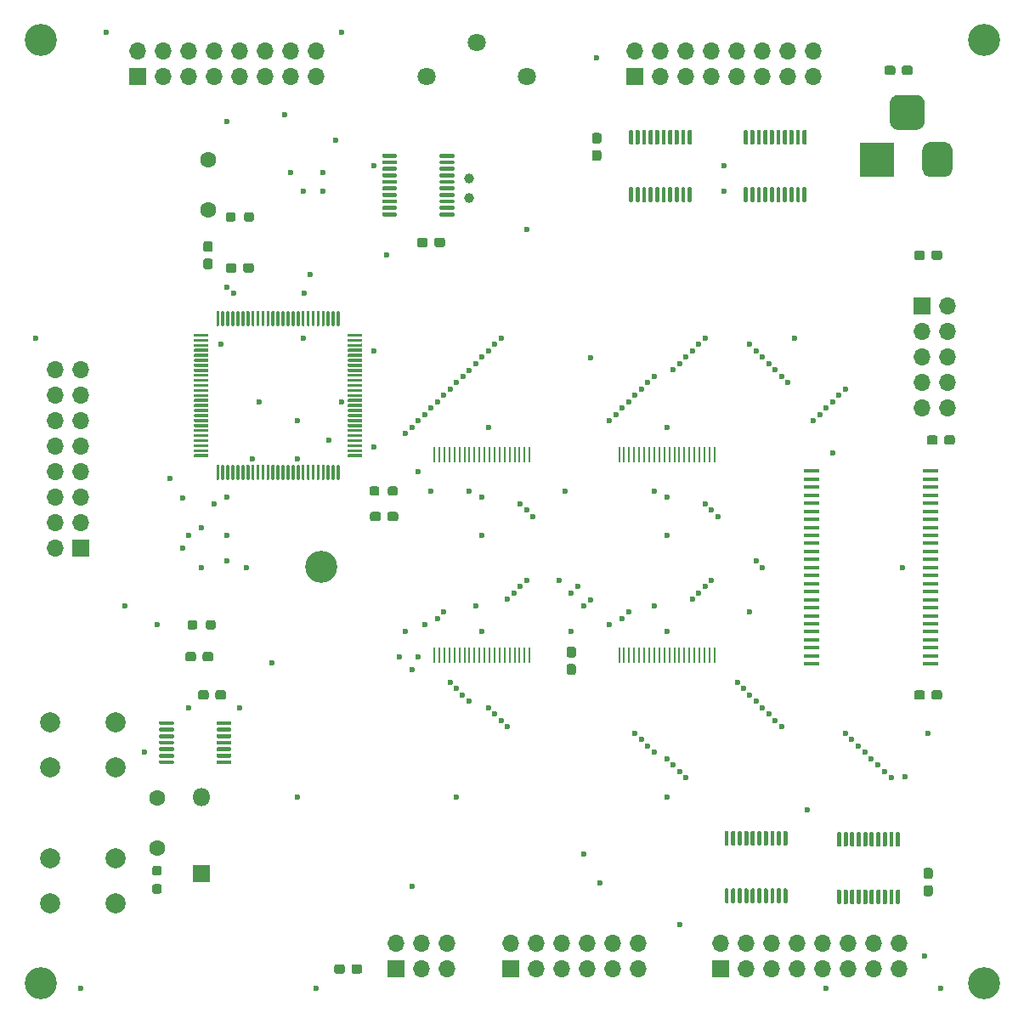
<source format=gts>
G04 #@! TF.GenerationSoftware,KiCad,Pcbnew,(5.1.9)-1*
G04 #@! TF.CreationDate,2021-09-19T14:37:10+09:00*
G04 #@! TF.ProjectId,DragonOne_cpu_rev03,44726167-6f6e-44f6-9e65-5f6370755f72,0.3*
G04 #@! TF.SameCoordinates,PX5e78920PY8d19d38*
G04 #@! TF.FileFunction,Soldermask,Top*
G04 #@! TF.FilePolarity,Negative*
%FSLAX46Y46*%
G04 Gerber Fmt 4.6, Leading zero omitted, Abs format (unit mm)*
G04 Created by KiCad (PCBNEW (5.1.9)-1) date 2021-09-19 14:37:10*
%MOMM*%
%LPD*%
G01*
G04 APERTURE LIST*
%ADD10R,1.520000X0.458000*%
%ADD11C,2.000000*%
%ADD12C,3.200000*%
%ADD13R,0.254000X1.600000*%
%ADD14C,1.000000*%
%ADD15R,3.500000X3.500000*%
%ADD16O,1.800000X1.800000*%
%ADD17R,1.800000X1.800000*%
%ADD18O,1.700000X1.700000*%
%ADD19R,1.700000X1.700000*%
%ADD20C,1.600000*%
%ADD21C,1.800000*%
%ADD22C,0.600000*%
G04 APERTURE END LIST*
G36*
G01*
X33330000Y4682500D02*
X33330000Y4207500D01*
G75*
G02*
X33092500Y3970000I-237500J0D01*
G01*
X32492500Y3970000D01*
G75*
G02*
X32255000Y4207500I0J237500D01*
G01*
X32255000Y4682500D01*
G75*
G02*
X32492500Y4920000I237500J0D01*
G01*
X33092500Y4920000D01*
G75*
G02*
X33330000Y4682500I0J-237500D01*
G01*
G37*
G36*
G01*
X35055000Y4682500D02*
X35055000Y4207500D01*
G75*
G02*
X34817500Y3970000I-237500J0D01*
G01*
X34217500Y3970000D01*
G75*
G02*
X33980000Y4207500I0J237500D01*
G01*
X33980000Y4682500D01*
G75*
G02*
X34217500Y4920000I237500J0D01*
G01*
X34817500Y4920000D01*
G75*
G02*
X35055000Y4682500I0J-237500D01*
G01*
G37*
G36*
G01*
X33670000Y67745000D02*
X34995000Y67745000D01*
G75*
G02*
X35070000Y67670000I0J-75000D01*
G01*
X35070000Y67520000D01*
G75*
G02*
X34995000Y67445000I-75000J0D01*
G01*
X33670000Y67445000D01*
G75*
G02*
X33595000Y67520000I0J75000D01*
G01*
X33595000Y67670000D01*
G75*
G02*
X33670000Y67745000I75000J0D01*
G01*
G37*
G36*
G01*
X33670000Y67245000D02*
X34995000Y67245000D01*
G75*
G02*
X35070000Y67170000I0J-75000D01*
G01*
X35070000Y67020000D01*
G75*
G02*
X34995000Y66945000I-75000J0D01*
G01*
X33670000Y66945000D01*
G75*
G02*
X33595000Y67020000I0J75000D01*
G01*
X33595000Y67170000D01*
G75*
G02*
X33670000Y67245000I75000J0D01*
G01*
G37*
G36*
G01*
X33670000Y66745000D02*
X34995000Y66745000D01*
G75*
G02*
X35070000Y66670000I0J-75000D01*
G01*
X35070000Y66520000D01*
G75*
G02*
X34995000Y66445000I-75000J0D01*
G01*
X33670000Y66445000D01*
G75*
G02*
X33595000Y66520000I0J75000D01*
G01*
X33595000Y66670000D01*
G75*
G02*
X33670000Y66745000I75000J0D01*
G01*
G37*
G36*
G01*
X33670000Y66245000D02*
X34995000Y66245000D01*
G75*
G02*
X35070000Y66170000I0J-75000D01*
G01*
X35070000Y66020000D01*
G75*
G02*
X34995000Y65945000I-75000J0D01*
G01*
X33670000Y65945000D01*
G75*
G02*
X33595000Y66020000I0J75000D01*
G01*
X33595000Y66170000D01*
G75*
G02*
X33670000Y66245000I75000J0D01*
G01*
G37*
G36*
G01*
X33670000Y65745000D02*
X34995000Y65745000D01*
G75*
G02*
X35070000Y65670000I0J-75000D01*
G01*
X35070000Y65520000D01*
G75*
G02*
X34995000Y65445000I-75000J0D01*
G01*
X33670000Y65445000D01*
G75*
G02*
X33595000Y65520000I0J75000D01*
G01*
X33595000Y65670000D01*
G75*
G02*
X33670000Y65745000I75000J0D01*
G01*
G37*
G36*
G01*
X33670000Y65245000D02*
X34995000Y65245000D01*
G75*
G02*
X35070000Y65170000I0J-75000D01*
G01*
X35070000Y65020000D01*
G75*
G02*
X34995000Y64945000I-75000J0D01*
G01*
X33670000Y64945000D01*
G75*
G02*
X33595000Y65020000I0J75000D01*
G01*
X33595000Y65170000D01*
G75*
G02*
X33670000Y65245000I75000J0D01*
G01*
G37*
G36*
G01*
X33670000Y64745000D02*
X34995000Y64745000D01*
G75*
G02*
X35070000Y64670000I0J-75000D01*
G01*
X35070000Y64520000D01*
G75*
G02*
X34995000Y64445000I-75000J0D01*
G01*
X33670000Y64445000D01*
G75*
G02*
X33595000Y64520000I0J75000D01*
G01*
X33595000Y64670000D01*
G75*
G02*
X33670000Y64745000I75000J0D01*
G01*
G37*
G36*
G01*
X33670000Y64245000D02*
X34995000Y64245000D01*
G75*
G02*
X35070000Y64170000I0J-75000D01*
G01*
X35070000Y64020000D01*
G75*
G02*
X34995000Y63945000I-75000J0D01*
G01*
X33670000Y63945000D01*
G75*
G02*
X33595000Y64020000I0J75000D01*
G01*
X33595000Y64170000D01*
G75*
G02*
X33670000Y64245000I75000J0D01*
G01*
G37*
G36*
G01*
X33670000Y63745000D02*
X34995000Y63745000D01*
G75*
G02*
X35070000Y63670000I0J-75000D01*
G01*
X35070000Y63520000D01*
G75*
G02*
X34995000Y63445000I-75000J0D01*
G01*
X33670000Y63445000D01*
G75*
G02*
X33595000Y63520000I0J75000D01*
G01*
X33595000Y63670000D01*
G75*
G02*
X33670000Y63745000I75000J0D01*
G01*
G37*
G36*
G01*
X33670000Y63245000D02*
X34995000Y63245000D01*
G75*
G02*
X35070000Y63170000I0J-75000D01*
G01*
X35070000Y63020000D01*
G75*
G02*
X34995000Y62945000I-75000J0D01*
G01*
X33670000Y62945000D01*
G75*
G02*
X33595000Y63020000I0J75000D01*
G01*
X33595000Y63170000D01*
G75*
G02*
X33670000Y63245000I75000J0D01*
G01*
G37*
G36*
G01*
X33670000Y62745000D02*
X34995000Y62745000D01*
G75*
G02*
X35070000Y62670000I0J-75000D01*
G01*
X35070000Y62520000D01*
G75*
G02*
X34995000Y62445000I-75000J0D01*
G01*
X33670000Y62445000D01*
G75*
G02*
X33595000Y62520000I0J75000D01*
G01*
X33595000Y62670000D01*
G75*
G02*
X33670000Y62745000I75000J0D01*
G01*
G37*
G36*
G01*
X33670000Y62245000D02*
X34995000Y62245000D01*
G75*
G02*
X35070000Y62170000I0J-75000D01*
G01*
X35070000Y62020000D01*
G75*
G02*
X34995000Y61945000I-75000J0D01*
G01*
X33670000Y61945000D01*
G75*
G02*
X33595000Y62020000I0J75000D01*
G01*
X33595000Y62170000D01*
G75*
G02*
X33670000Y62245000I75000J0D01*
G01*
G37*
G36*
G01*
X33670000Y61745000D02*
X34995000Y61745000D01*
G75*
G02*
X35070000Y61670000I0J-75000D01*
G01*
X35070000Y61520000D01*
G75*
G02*
X34995000Y61445000I-75000J0D01*
G01*
X33670000Y61445000D01*
G75*
G02*
X33595000Y61520000I0J75000D01*
G01*
X33595000Y61670000D01*
G75*
G02*
X33670000Y61745000I75000J0D01*
G01*
G37*
G36*
G01*
X33670000Y61245000D02*
X34995000Y61245000D01*
G75*
G02*
X35070000Y61170000I0J-75000D01*
G01*
X35070000Y61020000D01*
G75*
G02*
X34995000Y60945000I-75000J0D01*
G01*
X33670000Y60945000D01*
G75*
G02*
X33595000Y61020000I0J75000D01*
G01*
X33595000Y61170000D01*
G75*
G02*
X33670000Y61245000I75000J0D01*
G01*
G37*
G36*
G01*
X33670000Y60745000D02*
X34995000Y60745000D01*
G75*
G02*
X35070000Y60670000I0J-75000D01*
G01*
X35070000Y60520000D01*
G75*
G02*
X34995000Y60445000I-75000J0D01*
G01*
X33670000Y60445000D01*
G75*
G02*
X33595000Y60520000I0J75000D01*
G01*
X33595000Y60670000D01*
G75*
G02*
X33670000Y60745000I75000J0D01*
G01*
G37*
G36*
G01*
X33670000Y60245000D02*
X34995000Y60245000D01*
G75*
G02*
X35070000Y60170000I0J-75000D01*
G01*
X35070000Y60020000D01*
G75*
G02*
X34995000Y59945000I-75000J0D01*
G01*
X33670000Y59945000D01*
G75*
G02*
X33595000Y60020000I0J75000D01*
G01*
X33595000Y60170000D01*
G75*
G02*
X33670000Y60245000I75000J0D01*
G01*
G37*
G36*
G01*
X33670000Y59745000D02*
X34995000Y59745000D01*
G75*
G02*
X35070000Y59670000I0J-75000D01*
G01*
X35070000Y59520000D01*
G75*
G02*
X34995000Y59445000I-75000J0D01*
G01*
X33670000Y59445000D01*
G75*
G02*
X33595000Y59520000I0J75000D01*
G01*
X33595000Y59670000D01*
G75*
G02*
X33670000Y59745000I75000J0D01*
G01*
G37*
G36*
G01*
X33670000Y59245000D02*
X34995000Y59245000D01*
G75*
G02*
X35070000Y59170000I0J-75000D01*
G01*
X35070000Y59020000D01*
G75*
G02*
X34995000Y58945000I-75000J0D01*
G01*
X33670000Y58945000D01*
G75*
G02*
X33595000Y59020000I0J75000D01*
G01*
X33595000Y59170000D01*
G75*
G02*
X33670000Y59245000I75000J0D01*
G01*
G37*
G36*
G01*
X33670000Y58745000D02*
X34995000Y58745000D01*
G75*
G02*
X35070000Y58670000I0J-75000D01*
G01*
X35070000Y58520000D01*
G75*
G02*
X34995000Y58445000I-75000J0D01*
G01*
X33670000Y58445000D01*
G75*
G02*
X33595000Y58520000I0J75000D01*
G01*
X33595000Y58670000D01*
G75*
G02*
X33670000Y58745000I75000J0D01*
G01*
G37*
G36*
G01*
X33670000Y58245000D02*
X34995000Y58245000D01*
G75*
G02*
X35070000Y58170000I0J-75000D01*
G01*
X35070000Y58020000D01*
G75*
G02*
X34995000Y57945000I-75000J0D01*
G01*
X33670000Y57945000D01*
G75*
G02*
X33595000Y58020000I0J75000D01*
G01*
X33595000Y58170000D01*
G75*
G02*
X33670000Y58245000I75000J0D01*
G01*
G37*
G36*
G01*
X33670000Y57745000D02*
X34995000Y57745000D01*
G75*
G02*
X35070000Y57670000I0J-75000D01*
G01*
X35070000Y57520000D01*
G75*
G02*
X34995000Y57445000I-75000J0D01*
G01*
X33670000Y57445000D01*
G75*
G02*
X33595000Y57520000I0J75000D01*
G01*
X33595000Y57670000D01*
G75*
G02*
X33670000Y57745000I75000J0D01*
G01*
G37*
G36*
G01*
X33670000Y57245000D02*
X34995000Y57245000D01*
G75*
G02*
X35070000Y57170000I0J-75000D01*
G01*
X35070000Y57020000D01*
G75*
G02*
X34995000Y56945000I-75000J0D01*
G01*
X33670000Y56945000D01*
G75*
G02*
X33595000Y57020000I0J75000D01*
G01*
X33595000Y57170000D01*
G75*
G02*
X33670000Y57245000I75000J0D01*
G01*
G37*
G36*
G01*
X33670000Y56745000D02*
X34995000Y56745000D01*
G75*
G02*
X35070000Y56670000I0J-75000D01*
G01*
X35070000Y56520000D01*
G75*
G02*
X34995000Y56445000I-75000J0D01*
G01*
X33670000Y56445000D01*
G75*
G02*
X33595000Y56520000I0J75000D01*
G01*
X33595000Y56670000D01*
G75*
G02*
X33670000Y56745000I75000J0D01*
G01*
G37*
G36*
G01*
X33670000Y56245000D02*
X34995000Y56245000D01*
G75*
G02*
X35070000Y56170000I0J-75000D01*
G01*
X35070000Y56020000D01*
G75*
G02*
X34995000Y55945000I-75000J0D01*
G01*
X33670000Y55945000D01*
G75*
G02*
X33595000Y56020000I0J75000D01*
G01*
X33595000Y56170000D01*
G75*
G02*
X33670000Y56245000I75000J0D01*
G01*
G37*
G36*
G01*
X33670000Y55745000D02*
X34995000Y55745000D01*
G75*
G02*
X35070000Y55670000I0J-75000D01*
G01*
X35070000Y55520000D01*
G75*
G02*
X34995000Y55445000I-75000J0D01*
G01*
X33670000Y55445000D01*
G75*
G02*
X33595000Y55520000I0J75000D01*
G01*
X33595000Y55670000D01*
G75*
G02*
X33670000Y55745000I75000J0D01*
G01*
G37*
G36*
G01*
X32595000Y54670000D02*
X32745000Y54670000D01*
G75*
G02*
X32820000Y54595000I0J-75000D01*
G01*
X32820000Y53270000D01*
G75*
G02*
X32745000Y53195000I-75000J0D01*
G01*
X32595000Y53195000D01*
G75*
G02*
X32520000Y53270000I0J75000D01*
G01*
X32520000Y54595000D01*
G75*
G02*
X32595000Y54670000I75000J0D01*
G01*
G37*
G36*
G01*
X32095000Y54670000D02*
X32245000Y54670000D01*
G75*
G02*
X32320000Y54595000I0J-75000D01*
G01*
X32320000Y53270000D01*
G75*
G02*
X32245000Y53195000I-75000J0D01*
G01*
X32095000Y53195000D01*
G75*
G02*
X32020000Y53270000I0J75000D01*
G01*
X32020000Y54595000D01*
G75*
G02*
X32095000Y54670000I75000J0D01*
G01*
G37*
G36*
G01*
X31595000Y54670000D02*
X31745000Y54670000D01*
G75*
G02*
X31820000Y54595000I0J-75000D01*
G01*
X31820000Y53270000D01*
G75*
G02*
X31745000Y53195000I-75000J0D01*
G01*
X31595000Y53195000D01*
G75*
G02*
X31520000Y53270000I0J75000D01*
G01*
X31520000Y54595000D01*
G75*
G02*
X31595000Y54670000I75000J0D01*
G01*
G37*
G36*
G01*
X31095000Y54670000D02*
X31245000Y54670000D01*
G75*
G02*
X31320000Y54595000I0J-75000D01*
G01*
X31320000Y53270000D01*
G75*
G02*
X31245000Y53195000I-75000J0D01*
G01*
X31095000Y53195000D01*
G75*
G02*
X31020000Y53270000I0J75000D01*
G01*
X31020000Y54595000D01*
G75*
G02*
X31095000Y54670000I75000J0D01*
G01*
G37*
G36*
G01*
X30595000Y54670000D02*
X30745000Y54670000D01*
G75*
G02*
X30820000Y54595000I0J-75000D01*
G01*
X30820000Y53270000D01*
G75*
G02*
X30745000Y53195000I-75000J0D01*
G01*
X30595000Y53195000D01*
G75*
G02*
X30520000Y53270000I0J75000D01*
G01*
X30520000Y54595000D01*
G75*
G02*
X30595000Y54670000I75000J0D01*
G01*
G37*
G36*
G01*
X30095000Y54670000D02*
X30245000Y54670000D01*
G75*
G02*
X30320000Y54595000I0J-75000D01*
G01*
X30320000Y53270000D01*
G75*
G02*
X30245000Y53195000I-75000J0D01*
G01*
X30095000Y53195000D01*
G75*
G02*
X30020000Y53270000I0J75000D01*
G01*
X30020000Y54595000D01*
G75*
G02*
X30095000Y54670000I75000J0D01*
G01*
G37*
G36*
G01*
X29595000Y54670000D02*
X29745000Y54670000D01*
G75*
G02*
X29820000Y54595000I0J-75000D01*
G01*
X29820000Y53270000D01*
G75*
G02*
X29745000Y53195000I-75000J0D01*
G01*
X29595000Y53195000D01*
G75*
G02*
X29520000Y53270000I0J75000D01*
G01*
X29520000Y54595000D01*
G75*
G02*
X29595000Y54670000I75000J0D01*
G01*
G37*
G36*
G01*
X29095000Y54670000D02*
X29245000Y54670000D01*
G75*
G02*
X29320000Y54595000I0J-75000D01*
G01*
X29320000Y53270000D01*
G75*
G02*
X29245000Y53195000I-75000J0D01*
G01*
X29095000Y53195000D01*
G75*
G02*
X29020000Y53270000I0J75000D01*
G01*
X29020000Y54595000D01*
G75*
G02*
X29095000Y54670000I75000J0D01*
G01*
G37*
G36*
G01*
X28595000Y54670000D02*
X28745000Y54670000D01*
G75*
G02*
X28820000Y54595000I0J-75000D01*
G01*
X28820000Y53270000D01*
G75*
G02*
X28745000Y53195000I-75000J0D01*
G01*
X28595000Y53195000D01*
G75*
G02*
X28520000Y53270000I0J75000D01*
G01*
X28520000Y54595000D01*
G75*
G02*
X28595000Y54670000I75000J0D01*
G01*
G37*
G36*
G01*
X28095000Y54670000D02*
X28245000Y54670000D01*
G75*
G02*
X28320000Y54595000I0J-75000D01*
G01*
X28320000Y53270000D01*
G75*
G02*
X28245000Y53195000I-75000J0D01*
G01*
X28095000Y53195000D01*
G75*
G02*
X28020000Y53270000I0J75000D01*
G01*
X28020000Y54595000D01*
G75*
G02*
X28095000Y54670000I75000J0D01*
G01*
G37*
G36*
G01*
X27595000Y54670000D02*
X27745000Y54670000D01*
G75*
G02*
X27820000Y54595000I0J-75000D01*
G01*
X27820000Y53270000D01*
G75*
G02*
X27745000Y53195000I-75000J0D01*
G01*
X27595000Y53195000D01*
G75*
G02*
X27520000Y53270000I0J75000D01*
G01*
X27520000Y54595000D01*
G75*
G02*
X27595000Y54670000I75000J0D01*
G01*
G37*
G36*
G01*
X27095000Y54670000D02*
X27245000Y54670000D01*
G75*
G02*
X27320000Y54595000I0J-75000D01*
G01*
X27320000Y53270000D01*
G75*
G02*
X27245000Y53195000I-75000J0D01*
G01*
X27095000Y53195000D01*
G75*
G02*
X27020000Y53270000I0J75000D01*
G01*
X27020000Y54595000D01*
G75*
G02*
X27095000Y54670000I75000J0D01*
G01*
G37*
G36*
G01*
X26595000Y54670000D02*
X26745000Y54670000D01*
G75*
G02*
X26820000Y54595000I0J-75000D01*
G01*
X26820000Y53270000D01*
G75*
G02*
X26745000Y53195000I-75000J0D01*
G01*
X26595000Y53195000D01*
G75*
G02*
X26520000Y53270000I0J75000D01*
G01*
X26520000Y54595000D01*
G75*
G02*
X26595000Y54670000I75000J0D01*
G01*
G37*
G36*
G01*
X26095000Y54670000D02*
X26245000Y54670000D01*
G75*
G02*
X26320000Y54595000I0J-75000D01*
G01*
X26320000Y53270000D01*
G75*
G02*
X26245000Y53195000I-75000J0D01*
G01*
X26095000Y53195000D01*
G75*
G02*
X26020000Y53270000I0J75000D01*
G01*
X26020000Y54595000D01*
G75*
G02*
X26095000Y54670000I75000J0D01*
G01*
G37*
G36*
G01*
X25595000Y54670000D02*
X25745000Y54670000D01*
G75*
G02*
X25820000Y54595000I0J-75000D01*
G01*
X25820000Y53270000D01*
G75*
G02*
X25745000Y53195000I-75000J0D01*
G01*
X25595000Y53195000D01*
G75*
G02*
X25520000Y53270000I0J75000D01*
G01*
X25520000Y54595000D01*
G75*
G02*
X25595000Y54670000I75000J0D01*
G01*
G37*
G36*
G01*
X25095000Y54670000D02*
X25245000Y54670000D01*
G75*
G02*
X25320000Y54595000I0J-75000D01*
G01*
X25320000Y53270000D01*
G75*
G02*
X25245000Y53195000I-75000J0D01*
G01*
X25095000Y53195000D01*
G75*
G02*
X25020000Y53270000I0J75000D01*
G01*
X25020000Y54595000D01*
G75*
G02*
X25095000Y54670000I75000J0D01*
G01*
G37*
G36*
G01*
X24595000Y54670000D02*
X24745000Y54670000D01*
G75*
G02*
X24820000Y54595000I0J-75000D01*
G01*
X24820000Y53270000D01*
G75*
G02*
X24745000Y53195000I-75000J0D01*
G01*
X24595000Y53195000D01*
G75*
G02*
X24520000Y53270000I0J75000D01*
G01*
X24520000Y54595000D01*
G75*
G02*
X24595000Y54670000I75000J0D01*
G01*
G37*
G36*
G01*
X24095000Y54670000D02*
X24245000Y54670000D01*
G75*
G02*
X24320000Y54595000I0J-75000D01*
G01*
X24320000Y53270000D01*
G75*
G02*
X24245000Y53195000I-75000J0D01*
G01*
X24095000Y53195000D01*
G75*
G02*
X24020000Y53270000I0J75000D01*
G01*
X24020000Y54595000D01*
G75*
G02*
X24095000Y54670000I75000J0D01*
G01*
G37*
G36*
G01*
X23595000Y54670000D02*
X23745000Y54670000D01*
G75*
G02*
X23820000Y54595000I0J-75000D01*
G01*
X23820000Y53270000D01*
G75*
G02*
X23745000Y53195000I-75000J0D01*
G01*
X23595000Y53195000D01*
G75*
G02*
X23520000Y53270000I0J75000D01*
G01*
X23520000Y54595000D01*
G75*
G02*
X23595000Y54670000I75000J0D01*
G01*
G37*
G36*
G01*
X23095000Y54670000D02*
X23245000Y54670000D01*
G75*
G02*
X23320000Y54595000I0J-75000D01*
G01*
X23320000Y53270000D01*
G75*
G02*
X23245000Y53195000I-75000J0D01*
G01*
X23095000Y53195000D01*
G75*
G02*
X23020000Y53270000I0J75000D01*
G01*
X23020000Y54595000D01*
G75*
G02*
X23095000Y54670000I75000J0D01*
G01*
G37*
G36*
G01*
X22595000Y54670000D02*
X22745000Y54670000D01*
G75*
G02*
X22820000Y54595000I0J-75000D01*
G01*
X22820000Y53270000D01*
G75*
G02*
X22745000Y53195000I-75000J0D01*
G01*
X22595000Y53195000D01*
G75*
G02*
X22520000Y53270000I0J75000D01*
G01*
X22520000Y54595000D01*
G75*
G02*
X22595000Y54670000I75000J0D01*
G01*
G37*
G36*
G01*
X22095000Y54670000D02*
X22245000Y54670000D01*
G75*
G02*
X22320000Y54595000I0J-75000D01*
G01*
X22320000Y53270000D01*
G75*
G02*
X22245000Y53195000I-75000J0D01*
G01*
X22095000Y53195000D01*
G75*
G02*
X22020000Y53270000I0J75000D01*
G01*
X22020000Y54595000D01*
G75*
G02*
X22095000Y54670000I75000J0D01*
G01*
G37*
G36*
G01*
X21595000Y54670000D02*
X21745000Y54670000D01*
G75*
G02*
X21820000Y54595000I0J-75000D01*
G01*
X21820000Y53270000D01*
G75*
G02*
X21745000Y53195000I-75000J0D01*
G01*
X21595000Y53195000D01*
G75*
G02*
X21520000Y53270000I0J75000D01*
G01*
X21520000Y54595000D01*
G75*
G02*
X21595000Y54670000I75000J0D01*
G01*
G37*
G36*
G01*
X21095000Y54670000D02*
X21245000Y54670000D01*
G75*
G02*
X21320000Y54595000I0J-75000D01*
G01*
X21320000Y53270000D01*
G75*
G02*
X21245000Y53195000I-75000J0D01*
G01*
X21095000Y53195000D01*
G75*
G02*
X21020000Y53270000I0J75000D01*
G01*
X21020000Y54595000D01*
G75*
G02*
X21095000Y54670000I75000J0D01*
G01*
G37*
G36*
G01*
X20595000Y54670000D02*
X20745000Y54670000D01*
G75*
G02*
X20820000Y54595000I0J-75000D01*
G01*
X20820000Y53270000D01*
G75*
G02*
X20745000Y53195000I-75000J0D01*
G01*
X20595000Y53195000D01*
G75*
G02*
X20520000Y53270000I0J75000D01*
G01*
X20520000Y54595000D01*
G75*
G02*
X20595000Y54670000I75000J0D01*
G01*
G37*
G36*
G01*
X18345000Y55745000D02*
X19670000Y55745000D01*
G75*
G02*
X19745000Y55670000I0J-75000D01*
G01*
X19745000Y55520000D01*
G75*
G02*
X19670000Y55445000I-75000J0D01*
G01*
X18345000Y55445000D01*
G75*
G02*
X18270000Y55520000I0J75000D01*
G01*
X18270000Y55670000D01*
G75*
G02*
X18345000Y55745000I75000J0D01*
G01*
G37*
G36*
G01*
X18345000Y56245000D02*
X19670000Y56245000D01*
G75*
G02*
X19745000Y56170000I0J-75000D01*
G01*
X19745000Y56020000D01*
G75*
G02*
X19670000Y55945000I-75000J0D01*
G01*
X18345000Y55945000D01*
G75*
G02*
X18270000Y56020000I0J75000D01*
G01*
X18270000Y56170000D01*
G75*
G02*
X18345000Y56245000I75000J0D01*
G01*
G37*
G36*
G01*
X18345000Y56745000D02*
X19670000Y56745000D01*
G75*
G02*
X19745000Y56670000I0J-75000D01*
G01*
X19745000Y56520000D01*
G75*
G02*
X19670000Y56445000I-75000J0D01*
G01*
X18345000Y56445000D01*
G75*
G02*
X18270000Y56520000I0J75000D01*
G01*
X18270000Y56670000D01*
G75*
G02*
X18345000Y56745000I75000J0D01*
G01*
G37*
G36*
G01*
X18345000Y57245000D02*
X19670000Y57245000D01*
G75*
G02*
X19745000Y57170000I0J-75000D01*
G01*
X19745000Y57020000D01*
G75*
G02*
X19670000Y56945000I-75000J0D01*
G01*
X18345000Y56945000D01*
G75*
G02*
X18270000Y57020000I0J75000D01*
G01*
X18270000Y57170000D01*
G75*
G02*
X18345000Y57245000I75000J0D01*
G01*
G37*
G36*
G01*
X18345000Y57745000D02*
X19670000Y57745000D01*
G75*
G02*
X19745000Y57670000I0J-75000D01*
G01*
X19745000Y57520000D01*
G75*
G02*
X19670000Y57445000I-75000J0D01*
G01*
X18345000Y57445000D01*
G75*
G02*
X18270000Y57520000I0J75000D01*
G01*
X18270000Y57670000D01*
G75*
G02*
X18345000Y57745000I75000J0D01*
G01*
G37*
G36*
G01*
X18345000Y58245000D02*
X19670000Y58245000D01*
G75*
G02*
X19745000Y58170000I0J-75000D01*
G01*
X19745000Y58020000D01*
G75*
G02*
X19670000Y57945000I-75000J0D01*
G01*
X18345000Y57945000D01*
G75*
G02*
X18270000Y58020000I0J75000D01*
G01*
X18270000Y58170000D01*
G75*
G02*
X18345000Y58245000I75000J0D01*
G01*
G37*
G36*
G01*
X18345000Y58745000D02*
X19670000Y58745000D01*
G75*
G02*
X19745000Y58670000I0J-75000D01*
G01*
X19745000Y58520000D01*
G75*
G02*
X19670000Y58445000I-75000J0D01*
G01*
X18345000Y58445000D01*
G75*
G02*
X18270000Y58520000I0J75000D01*
G01*
X18270000Y58670000D01*
G75*
G02*
X18345000Y58745000I75000J0D01*
G01*
G37*
G36*
G01*
X18345000Y59245000D02*
X19670000Y59245000D01*
G75*
G02*
X19745000Y59170000I0J-75000D01*
G01*
X19745000Y59020000D01*
G75*
G02*
X19670000Y58945000I-75000J0D01*
G01*
X18345000Y58945000D01*
G75*
G02*
X18270000Y59020000I0J75000D01*
G01*
X18270000Y59170000D01*
G75*
G02*
X18345000Y59245000I75000J0D01*
G01*
G37*
G36*
G01*
X18345000Y59745000D02*
X19670000Y59745000D01*
G75*
G02*
X19745000Y59670000I0J-75000D01*
G01*
X19745000Y59520000D01*
G75*
G02*
X19670000Y59445000I-75000J0D01*
G01*
X18345000Y59445000D01*
G75*
G02*
X18270000Y59520000I0J75000D01*
G01*
X18270000Y59670000D01*
G75*
G02*
X18345000Y59745000I75000J0D01*
G01*
G37*
G36*
G01*
X18345000Y60245000D02*
X19670000Y60245000D01*
G75*
G02*
X19745000Y60170000I0J-75000D01*
G01*
X19745000Y60020000D01*
G75*
G02*
X19670000Y59945000I-75000J0D01*
G01*
X18345000Y59945000D01*
G75*
G02*
X18270000Y60020000I0J75000D01*
G01*
X18270000Y60170000D01*
G75*
G02*
X18345000Y60245000I75000J0D01*
G01*
G37*
G36*
G01*
X18345000Y60745000D02*
X19670000Y60745000D01*
G75*
G02*
X19745000Y60670000I0J-75000D01*
G01*
X19745000Y60520000D01*
G75*
G02*
X19670000Y60445000I-75000J0D01*
G01*
X18345000Y60445000D01*
G75*
G02*
X18270000Y60520000I0J75000D01*
G01*
X18270000Y60670000D01*
G75*
G02*
X18345000Y60745000I75000J0D01*
G01*
G37*
G36*
G01*
X18345000Y61245000D02*
X19670000Y61245000D01*
G75*
G02*
X19745000Y61170000I0J-75000D01*
G01*
X19745000Y61020000D01*
G75*
G02*
X19670000Y60945000I-75000J0D01*
G01*
X18345000Y60945000D01*
G75*
G02*
X18270000Y61020000I0J75000D01*
G01*
X18270000Y61170000D01*
G75*
G02*
X18345000Y61245000I75000J0D01*
G01*
G37*
G36*
G01*
X18345000Y61745000D02*
X19670000Y61745000D01*
G75*
G02*
X19745000Y61670000I0J-75000D01*
G01*
X19745000Y61520000D01*
G75*
G02*
X19670000Y61445000I-75000J0D01*
G01*
X18345000Y61445000D01*
G75*
G02*
X18270000Y61520000I0J75000D01*
G01*
X18270000Y61670000D01*
G75*
G02*
X18345000Y61745000I75000J0D01*
G01*
G37*
G36*
G01*
X18345000Y62245000D02*
X19670000Y62245000D01*
G75*
G02*
X19745000Y62170000I0J-75000D01*
G01*
X19745000Y62020000D01*
G75*
G02*
X19670000Y61945000I-75000J0D01*
G01*
X18345000Y61945000D01*
G75*
G02*
X18270000Y62020000I0J75000D01*
G01*
X18270000Y62170000D01*
G75*
G02*
X18345000Y62245000I75000J0D01*
G01*
G37*
G36*
G01*
X18345000Y62745000D02*
X19670000Y62745000D01*
G75*
G02*
X19745000Y62670000I0J-75000D01*
G01*
X19745000Y62520000D01*
G75*
G02*
X19670000Y62445000I-75000J0D01*
G01*
X18345000Y62445000D01*
G75*
G02*
X18270000Y62520000I0J75000D01*
G01*
X18270000Y62670000D01*
G75*
G02*
X18345000Y62745000I75000J0D01*
G01*
G37*
G36*
G01*
X18345000Y63245000D02*
X19670000Y63245000D01*
G75*
G02*
X19745000Y63170000I0J-75000D01*
G01*
X19745000Y63020000D01*
G75*
G02*
X19670000Y62945000I-75000J0D01*
G01*
X18345000Y62945000D01*
G75*
G02*
X18270000Y63020000I0J75000D01*
G01*
X18270000Y63170000D01*
G75*
G02*
X18345000Y63245000I75000J0D01*
G01*
G37*
G36*
G01*
X18345000Y63745000D02*
X19670000Y63745000D01*
G75*
G02*
X19745000Y63670000I0J-75000D01*
G01*
X19745000Y63520000D01*
G75*
G02*
X19670000Y63445000I-75000J0D01*
G01*
X18345000Y63445000D01*
G75*
G02*
X18270000Y63520000I0J75000D01*
G01*
X18270000Y63670000D01*
G75*
G02*
X18345000Y63745000I75000J0D01*
G01*
G37*
G36*
G01*
X18345000Y64245000D02*
X19670000Y64245000D01*
G75*
G02*
X19745000Y64170000I0J-75000D01*
G01*
X19745000Y64020000D01*
G75*
G02*
X19670000Y63945000I-75000J0D01*
G01*
X18345000Y63945000D01*
G75*
G02*
X18270000Y64020000I0J75000D01*
G01*
X18270000Y64170000D01*
G75*
G02*
X18345000Y64245000I75000J0D01*
G01*
G37*
G36*
G01*
X18345000Y64745000D02*
X19670000Y64745000D01*
G75*
G02*
X19745000Y64670000I0J-75000D01*
G01*
X19745000Y64520000D01*
G75*
G02*
X19670000Y64445000I-75000J0D01*
G01*
X18345000Y64445000D01*
G75*
G02*
X18270000Y64520000I0J75000D01*
G01*
X18270000Y64670000D01*
G75*
G02*
X18345000Y64745000I75000J0D01*
G01*
G37*
G36*
G01*
X18345000Y65245000D02*
X19670000Y65245000D01*
G75*
G02*
X19745000Y65170000I0J-75000D01*
G01*
X19745000Y65020000D01*
G75*
G02*
X19670000Y64945000I-75000J0D01*
G01*
X18345000Y64945000D01*
G75*
G02*
X18270000Y65020000I0J75000D01*
G01*
X18270000Y65170000D01*
G75*
G02*
X18345000Y65245000I75000J0D01*
G01*
G37*
G36*
G01*
X18345000Y65745000D02*
X19670000Y65745000D01*
G75*
G02*
X19745000Y65670000I0J-75000D01*
G01*
X19745000Y65520000D01*
G75*
G02*
X19670000Y65445000I-75000J0D01*
G01*
X18345000Y65445000D01*
G75*
G02*
X18270000Y65520000I0J75000D01*
G01*
X18270000Y65670000D01*
G75*
G02*
X18345000Y65745000I75000J0D01*
G01*
G37*
G36*
G01*
X18345000Y66245000D02*
X19670000Y66245000D01*
G75*
G02*
X19745000Y66170000I0J-75000D01*
G01*
X19745000Y66020000D01*
G75*
G02*
X19670000Y65945000I-75000J0D01*
G01*
X18345000Y65945000D01*
G75*
G02*
X18270000Y66020000I0J75000D01*
G01*
X18270000Y66170000D01*
G75*
G02*
X18345000Y66245000I75000J0D01*
G01*
G37*
G36*
G01*
X18345000Y66745000D02*
X19670000Y66745000D01*
G75*
G02*
X19745000Y66670000I0J-75000D01*
G01*
X19745000Y66520000D01*
G75*
G02*
X19670000Y66445000I-75000J0D01*
G01*
X18345000Y66445000D01*
G75*
G02*
X18270000Y66520000I0J75000D01*
G01*
X18270000Y66670000D01*
G75*
G02*
X18345000Y66745000I75000J0D01*
G01*
G37*
G36*
G01*
X18345000Y67245000D02*
X19670000Y67245000D01*
G75*
G02*
X19745000Y67170000I0J-75000D01*
G01*
X19745000Y67020000D01*
G75*
G02*
X19670000Y66945000I-75000J0D01*
G01*
X18345000Y66945000D01*
G75*
G02*
X18270000Y67020000I0J75000D01*
G01*
X18270000Y67170000D01*
G75*
G02*
X18345000Y67245000I75000J0D01*
G01*
G37*
G36*
G01*
X18345000Y67745000D02*
X19670000Y67745000D01*
G75*
G02*
X19745000Y67670000I0J-75000D01*
G01*
X19745000Y67520000D01*
G75*
G02*
X19670000Y67445000I-75000J0D01*
G01*
X18345000Y67445000D01*
G75*
G02*
X18270000Y67520000I0J75000D01*
G01*
X18270000Y67670000D01*
G75*
G02*
X18345000Y67745000I75000J0D01*
G01*
G37*
G36*
G01*
X20595000Y69995000D02*
X20745000Y69995000D01*
G75*
G02*
X20820000Y69920000I0J-75000D01*
G01*
X20820000Y68595000D01*
G75*
G02*
X20745000Y68520000I-75000J0D01*
G01*
X20595000Y68520000D01*
G75*
G02*
X20520000Y68595000I0J75000D01*
G01*
X20520000Y69920000D01*
G75*
G02*
X20595000Y69995000I75000J0D01*
G01*
G37*
G36*
G01*
X21095000Y69995000D02*
X21245000Y69995000D01*
G75*
G02*
X21320000Y69920000I0J-75000D01*
G01*
X21320000Y68595000D01*
G75*
G02*
X21245000Y68520000I-75000J0D01*
G01*
X21095000Y68520000D01*
G75*
G02*
X21020000Y68595000I0J75000D01*
G01*
X21020000Y69920000D01*
G75*
G02*
X21095000Y69995000I75000J0D01*
G01*
G37*
G36*
G01*
X21595000Y69995000D02*
X21745000Y69995000D01*
G75*
G02*
X21820000Y69920000I0J-75000D01*
G01*
X21820000Y68595000D01*
G75*
G02*
X21745000Y68520000I-75000J0D01*
G01*
X21595000Y68520000D01*
G75*
G02*
X21520000Y68595000I0J75000D01*
G01*
X21520000Y69920000D01*
G75*
G02*
X21595000Y69995000I75000J0D01*
G01*
G37*
G36*
G01*
X22095000Y69995000D02*
X22245000Y69995000D01*
G75*
G02*
X22320000Y69920000I0J-75000D01*
G01*
X22320000Y68595000D01*
G75*
G02*
X22245000Y68520000I-75000J0D01*
G01*
X22095000Y68520000D01*
G75*
G02*
X22020000Y68595000I0J75000D01*
G01*
X22020000Y69920000D01*
G75*
G02*
X22095000Y69995000I75000J0D01*
G01*
G37*
G36*
G01*
X22595000Y69995000D02*
X22745000Y69995000D01*
G75*
G02*
X22820000Y69920000I0J-75000D01*
G01*
X22820000Y68595000D01*
G75*
G02*
X22745000Y68520000I-75000J0D01*
G01*
X22595000Y68520000D01*
G75*
G02*
X22520000Y68595000I0J75000D01*
G01*
X22520000Y69920000D01*
G75*
G02*
X22595000Y69995000I75000J0D01*
G01*
G37*
G36*
G01*
X23095000Y69995000D02*
X23245000Y69995000D01*
G75*
G02*
X23320000Y69920000I0J-75000D01*
G01*
X23320000Y68595000D01*
G75*
G02*
X23245000Y68520000I-75000J0D01*
G01*
X23095000Y68520000D01*
G75*
G02*
X23020000Y68595000I0J75000D01*
G01*
X23020000Y69920000D01*
G75*
G02*
X23095000Y69995000I75000J0D01*
G01*
G37*
G36*
G01*
X23595000Y69995000D02*
X23745000Y69995000D01*
G75*
G02*
X23820000Y69920000I0J-75000D01*
G01*
X23820000Y68595000D01*
G75*
G02*
X23745000Y68520000I-75000J0D01*
G01*
X23595000Y68520000D01*
G75*
G02*
X23520000Y68595000I0J75000D01*
G01*
X23520000Y69920000D01*
G75*
G02*
X23595000Y69995000I75000J0D01*
G01*
G37*
G36*
G01*
X24095000Y69995000D02*
X24245000Y69995000D01*
G75*
G02*
X24320000Y69920000I0J-75000D01*
G01*
X24320000Y68595000D01*
G75*
G02*
X24245000Y68520000I-75000J0D01*
G01*
X24095000Y68520000D01*
G75*
G02*
X24020000Y68595000I0J75000D01*
G01*
X24020000Y69920000D01*
G75*
G02*
X24095000Y69995000I75000J0D01*
G01*
G37*
G36*
G01*
X24595000Y69995000D02*
X24745000Y69995000D01*
G75*
G02*
X24820000Y69920000I0J-75000D01*
G01*
X24820000Y68595000D01*
G75*
G02*
X24745000Y68520000I-75000J0D01*
G01*
X24595000Y68520000D01*
G75*
G02*
X24520000Y68595000I0J75000D01*
G01*
X24520000Y69920000D01*
G75*
G02*
X24595000Y69995000I75000J0D01*
G01*
G37*
G36*
G01*
X25095000Y69995000D02*
X25245000Y69995000D01*
G75*
G02*
X25320000Y69920000I0J-75000D01*
G01*
X25320000Y68595000D01*
G75*
G02*
X25245000Y68520000I-75000J0D01*
G01*
X25095000Y68520000D01*
G75*
G02*
X25020000Y68595000I0J75000D01*
G01*
X25020000Y69920000D01*
G75*
G02*
X25095000Y69995000I75000J0D01*
G01*
G37*
G36*
G01*
X25595000Y69995000D02*
X25745000Y69995000D01*
G75*
G02*
X25820000Y69920000I0J-75000D01*
G01*
X25820000Y68595000D01*
G75*
G02*
X25745000Y68520000I-75000J0D01*
G01*
X25595000Y68520000D01*
G75*
G02*
X25520000Y68595000I0J75000D01*
G01*
X25520000Y69920000D01*
G75*
G02*
X25595000Y69995000I75000J0D01*
G01*
G37*
G36*
G01*
X26095000Y69995000D02*
X26245000Y69995000D01*
G75*
G02*
X26320000Y69920000I0J-75000D01*
G01*
X26320000Y68595000D01*
G75*
G02*
X26245000Y68520000I-75000J0D01*
G01*
X26095000Y68520000D01*
G75*
G02*
X26020000Y68595000I0J75000D01*
G01*
X26020000Y69920000D01*
G75*
G02*
X26095000Y69995000I75000J0D01*
G01*
G37*
G36*
G01*
X26595000Y69995000D02*
X26745000Y69995000D01*
G75*
G02*
X26820000Y69920000I0J-75000D01*
G01*
X26820000Y68595000D01*
G75*
G02*
X26745000Y68520000I-75000J0D01*
G01*
X26595000Y68520000D01*
G75*
G02*
X26520000Y68595000I0J75000D01*
G01*
X26520000Y69920000D01*
G75*
G02*
X26595000Y69995000I75000J0D01*
G01*
G37*
G36*
G01*
X27095000Y69995000D02*
X27245000Y69995000D01*
G75*
G02*
X27320000Y69920000I0J-75000D01*
G01*
X27320000Y68595000D01*
G75*
G02*
X27245000Y68520000I-75000J0D01*
G01*
X27095000Y68520000D01*
G75*
G02*
X27020000Y68595000I0J75000D01*
G01*
X27020000Y69920000D01*
G75*
G02*
X27095000Y69995000I75000J0D01*
G01*
G37*
G36*
G01*
X27595000Y69995000D02*
X27745000Y69995000D01*
G75*
G02*
X27820000Y69920000I0J-75000D01*
G01*
X27820000Y68595000D01*
G75*
G02*
X27745000Y68520000I-75000J0D01*
G01*
X27595000Y68520000D01*
G75*
G02*
X27520000Y68595000I0J75000D01*
G01*
X27520000Y69920000D01*
G75*
G02*
X27595000Y69995000I75000J0D01*
G01*
G37*
G36*
G01*
X28095000Y69995000D02*
X28245000Y69995000D01*
G75*
G02*
X28320000Y69920000I0J-75000D01*
G01*
X28320000Y68595000D01*
G75*
G02*
X28245000Y68520000I-75000J0D01*
G01*
X28095000Y68520000D01*
G75*
G02*
X28020000Y68595000I0J75000D01*
G01*
X28020000Y69920000D01*
G75*
G02*
X28095000Y69995000I75000J0D01*
G01*
G37*
G36*
G01*
X28595000Y69995000D02*
X28745000Y69995000D01*
G75*
G02*
X28820000Y69920000I0J-75000D01*
G01*
X28820000Y68595000D01*
G75*
G02*
X28745000Y68520000I-75000J0D01*
G01*
X28595000Y68520000D01*
G75*
G02*
X28520000Y68595000I0J75000D01*
G01*
X28520000Y69920000D01*
G75*
G02*
X28595000Y69995000I75000J0D01*
G01*
G37*
G36*
G01*
X29095000Y69995000D02*
X29245000Y69995000D01*
G75*
G02*
X29320000Y69920000I0J-75000D01*
G01*
X29320000Y68595000D01*
G75*
G02*
X29245000Y68520000I-75000J0D01*
G01*
X29095000Y68520000D01*
G75*
G02*
X29020000Y68595000I0J75000D01*
G01*
X29020000Y69920000D01*
G75*
G02*
X29095000Y69995000I75000J0D01*
G01*
G37*
G36*
G01*
X29595000Y69995000D02*
X29745000Y69995000D01*
G75*
G02*
X29820000Y69920000I0J-75000D01*
G01*
X29820000Y68595000D01*
G75*
G02*
X29745000Y68520000I-75000J0D01*
G01*
X29595000Y68520000D01*
G75*
G02*
X29520000Y68595000I0J75000D01*
G01*
X29520000Y69920000D01*
G75*
G02*
X29595000Y69995000I75000J0D01*
G01*
G37*
G36*
G01*
X30095000Y69995000D02*
X30245000Y69995000D01*
G75*
G02*
X30320000Y69920000I0J-75000D01*
G01*
X30320000Y68595000D01*
G75*
G02*
X30245000Y68520000I-75000J0D01*
G01*
X30095000Y68520000D01*
G75*
G02*
X30020000Y68595000I0J75000D01*
G01*
X30020000Y69920000D01*
G75*
G02*
X30095000Y69995000I75000J0D01*
G01*
G37*
G36*
G01*
X30595000Y69995000D02*
X30745000Y69995000D01*
G75*
G02*
X30820000Y69920000I0J-75000D01*
G01*
X30820000Y68595000D01*
G75*
G02*
X30745000Y68520000I-75000J0D01*
G01*
X30595000Y68520000D01*
G75*
G02*
X30520000Y68595000I0J75000D01*
G01*
X30520000Y69920000D01*
G75*
G02*
X30595000Y69995000I75000J0D01*
G01*
G37*
G36*
G01*
X31095000Y69995000D02*
X31245000Y69995000D01*
G75*
G02*
X31320000Y69920000I0J-75000D01*
G01*
X31320000Y68595000D01*
G75*
G02*
X31245000Y68520000I-75000J0D01*
G01*
X31095000Y68520000D01*
G75*
G02*
X31020000Y68595000I0J75000D01*
G01*
X31020000Y69920000D01*
G75*
G02*
X31095000Y69995000I75000J0D01*
G01*
G37*
G36*
G01*
X31595000Y69995000D02*
X31745000Y69995000D01*
G75*
G02*
X31820000Y69920000I0J-75000D01*
G01*
X31820000Y68595000D01*
G75*
G02*
X31745000Y68520000I-75000J0D01*
G01*
X31595000Y68520000D01*
G75*
G02*
X31520000Y68595000I0J75000D01*
G01*
X31520000Y69920000D01*
G75*
G02*
X31595000Y69995000I75000J0D01*
G01*
G37*
G36*
G01*
X32095000Y69995000D02*
X32245000Y69995000D01*
G75*
G02*
X32320000Y69920000I0J-75000D01*
G01*
X32320000Y68595000D01*
G75*
G02*
X32245000Y68520000I-75000J0D01*
G01*
X32095000Y68520000D01*
G75*
G02*
X32020000Y68595000I0J75000D01*
G01*
X32020000Y69920000D01*
G75*
G02*
X32095000Y69995000I75000J0D01*
G01*
G37*
G36*
G01*
X32595000Y69995000D02*
X32745000Y69995000D01*
G75*
G02*
X32820000Y69920000I0J-75000D01*
G01*
X32820000Y68595000D01*
G75*
G02*
X32745000Y68520000I-75000J0D01*
G01*
X32595000Y68520000D01*
G75*
G02*
X32520000Y68595000I0J75000D01*
G01*
X32520000Y69920000D01*
G75*
G02*
X32595000Y69995000I75000J0D01*
G01*
G37*
D10*
X91655000Y54050000D03*
X79795000Y54050000D03*
X91655000Y53250000D03*
X79795000Y53250000D03*
X91655000Y52450000D03*
X79795000Y52450000D03*
X91655000Y51650000D03*
X79795000Y51650000D03*
X91655000Y50850000D03*
X79795000Y50850000D03*
X91655000Y50050000D03*
X79795000Y50050000D03*
X91655000Y49250000D03*
X79795000Y49250000D03*
X91655000Y48450000D03*
X79795000Y48450000D03*
X91655000Y47650000D03*
X79795000Y47650000D03*
X91655000Y46850000D03*
X79795000Y46850000D03*
X91655000Y46050000D03*
X79795000Y46050000D03*
X91655000Y45250000D03*
X79795000Y45250000D03*
X91655000Y44450000D03*
X79795000Y44450000D03*
X91655000Y43650000D03*
X79795000Y43650000D03*
X91655000Y42850000D03*
X79795000Y42850000D03*
X91655000Y42050000D03*
X79795000Y42050000D03*
X91655000Y41250000D03*
X79795000Y41250000D03*
X91655000Y40450000D03*
X79795000Y40450000D03*
X91655000Y39650000D03*
X79795000Y39650000D03*
X91655000Y38850000D03*
X79795000Y38850000D03*
X91655000Y38050000D03*
X79795000Y38050000D03*
X91655000Y37250000D03*
X79795000Y37250000D03*
X91655000Y36450000D03*
X79795000Y36450000D03*
X91655000Y35650000D03*
X79795000Y35650000D03*
X91655000Y34850000D03*
X79795000Y34850000D03*
D11*
X10500000Y15500000D03*
X10500000Y11000000D03*
X4000000Y15500000D03*
X4000000Y11000000D03*
G36*
G01*
X14842500Y13760000D02*
X14367500Y13760000D01*
G75*
G02*
X14130000Y13997500I0J237500D01*
G01*
X14130000Y14497500D01*
G75*
G02*
X14367500Y14735000I237500J0D01*
G01*
X14842500Y14735000D01*
G75*
G02*
X15080000Y14497500I0J-237500D01*
G01*
X15080000Y13997500D01*
G75*
G02*
X14842500Y13760000I-237500J0D01*
G01*
G37*
G36*
G01*
X14842500Y11935000D02*
X14367500Y11935000D01*
G75*
G02*
X14130000Y12172500I0J237500D01*
G01*
X14130000Y12672500D01*
G75*
G02*
X14367500Y12910000I237500J0D01*
G01*
X14842500Y12910000D01*
G75*
G02*
X15080000Y12672500I0J-237500D01*
G01*
X15080000Y12172500D01*
G75*
G02*
X14842500Y11935000I-237500J0D01*
G01*
G37*
G36*
G01*
X36762500Y52307500D02*
X36762500Y51832500D01*
G75*
G02*
X36525000Y51595000I-237500J0D01*
G01*
X36025000Y51595000D01*
G75*
G02*
X35787500Y51832500I0J237500D01*
G01*
X35787500Y52307500D01*
G75*
G02*
X36025000Y52545000I237500J0D01*
G01*
X36525000Y52545000D01*
G75*
G02*
X36762500Y52307500I0J-237500D01*
G01*
G37*
G36*
G01*
X38587500Y52307500D02*
X38587500Y51832500D01*
G75*
G02*
X38350000Y51595000I-237500J0D01*
G01*
X37850000Y51595000D01*
G75*
G02*
X37612500Y51832500I0J237500D01*
G01*
X37612500Y52307500D01*
G75*
G02*
X37850000Y52545000I237500J0D01*
G01*
X38350000Y52545000D01*
G75*
G02*
X38587500Y52307500I0J-237500D01*
G01*
G37*
G36*
G01*
X18625000Y38972500D02*
X18625000Y38497500D01*
G75*
G02*
X18387500Y38260000I-237500J0D01*
G01*
X17887500Y38260000D01*
G75*
G02*
X17650000Y38497500I0J237500D01*
G01*
X17650000Y38972500D01*
G75*
G02*
X17887500Y39210000I237500J0D01*
G01*
X18387500Y39210000D01*
G75*
G02*
X18625000Y38972500I0J-237500D01*
G01*
G37*
G36*
G01*
X20450000Y38972500D02*
X20450000Y38497500D01*
G75*
G02*
X20212500Y38260000I-237500J0D01*
G01*
X19712500Y38260000D01*
G75*
G02*
X19475000Y38497500I0J237500D01*
G01*
X19475000Y38972500D01*
G75*
G02*
X19712500Y39210000I237500J0D01*
G01*
X20212500Y39210000D01*
G75*
G02*
X20450000Y38972500I0J-237500D01*
G01*
G37*
G36*
G01*
X22435000Y79612500D02*
X22435000Y79137500D01*
G75*
G02*
X22197500Y78900000I-237500J0D01*
G01*
X21697500Y78900000D01*
G75*
G02*
X21460000Y79137500I0J237500D01*
G01*
X21460000Y79612500D01*
G75*
G02*
X21697500Y79850000I237500J0D01*
G01*
X22197500Y79850000D01*
G75*
G02*
X22435000Y79612500I0J-237500D01*
G01*
G37*
G36*
G01*
X24260000Y79612500D02*
X24260000Y79137500D01*
G75*
G02*
X24022500Y78900000I-237500J0D01*
G01*
X23522500Y78900000D01*
G75*
G02*
X23285000Y79137500I0J237500D01*
G01*
X23285000Y79612500D01*
G75*
G02*
X23522500Y79850000I237500J0D01*
G01*
X24022500Y79850000D01*
G75*
G02*
X24260000Y79612500I0J-237500D01*
G01*
G37*
D12*
X31000000Y44500000D03*
D13*
X42240000Y55720000D03*
X42240000Y35720000D03*
X42740000Y55720000D03*
X42740000Y35720000D03*
X43240000Y55720000D03*
X43240000Y35720000D03*
X43740000Y55720000D03*
X43740000Y35720000D03*
X44240000Y55720000D03*
X44240000Y35720000D03*
X44740000Y55720000D03*
X44740000Y35720000D03*
X45240000Y55720000D03*
X45240000Y35720000D03*
X45740000Y55720000D03*
X45740000Y35720000D03*
X46240000Y55720000D03*
X46240000Y35720000D03*
X46740000Y55720000D03*
X46740000Y35720000D03*
X47240000Y55720000D03*
X47240000Y35720000D03*
X47740000Y55720000D03*
X47740000Y35720000D03*
X48240000Y55720000D03*
X48240000Y35720000D03*
X48740000Y55720000D03*
X48740000Y35720000D03*
X49240000Y55720000D03*
X49240000Y35720000D03*
X49740000Y55720000D03*
X49740000Y35720000D03*
X50240000Y55720000D03*
X50240000Y35720000D03*
X50740000Y55720000D03*
X50740000Y35720000D03*
X51240000Y55720000D03*
X51240000Y35720000D03*
X51740000Y55720000D03*
X51740000Y35720000D03*
G36*
G01*
X19767500Y31987500D02*
X19767500Y31512500D01*
G75*
G02*
X19530000Y31275000I-237500J0D01*
G01*
X18930000Y31275000D01*
G75*
G02*
X18692500Y31512500I0J237500D01*
G01*
X18692500Y31987500D01*
G75*
G02*
X18930000Y32225000I237500J0D01*
G01*
X19530000Y32225000D01*
G75*
G02*
X19767500Y31987500I0J-237500D01*
G01*
G37*
G36*
G01*
X21492500Y31987500D02*
X21492500Y31512500D01*
G75*
G02*
X21255000Y31275000I-237500J0D01*
G01*
X20655000Y31275000D01*
G75*
G02*
X20417500Y31512500I0J237500D01*
G01*
X20417500Y31987500D01*
G75*
G02*
X20655000Y32225000I237500J0D01*
G01*
X21255000Y32225000D01*
G75*
G02*
X21492500Y31987500I0J-237500D01*
G01*
G37*
G36*
G01*
X55642500Y34827500D02*
X56117500Y34827500D01*
G75*
G02*
X56355000Y34590000I0J-237500D01*
G01*
X56355000Y33990000D01*
G75*
G02*
X56117500Y33752500I-237500J0D01*
G01*
X55642500Y33752500D01*
G75*
G02*
X55405000Y33990000I0J237500D01*
G01*
X55405000Y34590000D01*
G75*
G02*
X55642500Y34827500I237500J0D01*
G01*
G37*
G36*
G01*
X55642500Y36552500D02*
X56117500Y36552500D01*
G75*
G02*
X56355000Y36315000I0J-237500D01*
G01*
X56355000Y35715000D01*
G75*
G02*
X56117500Y35477500I-237500J0D01*
G01*
X55642500Y35477500D01*
G75*
G02*
X55405000Y35715000I0J237500D01*
G01*
X55405000Y36315000D01*
G75*
G02*
X55642500Y36552500I237500J0D01*
G01*
G37*
G36*
G01*
X92385000Y57387500D02*
X92385000Y56912500D01*
G75*
G02*
X92147500Y56675000I-237500J0D01*
G01*
X91547500Y56675000D01*
G75*
G02*
X91310000Y56912500I0J237500D01*
G01*
X91310000Y57387500D01*
G75*
G02*
X91547500Y57625000I237500J0D01*
G01*
X92147500Y57625000D01*
G75*
G02*
X92385000Y57387500I0J-237500D01*
G01*
G37*
G36*
G01*
X94110000Y57387500D02*
X94110000Y56912500D01*
G75*
G02*
X93872500Y56675000I-237500J0D01*
G01*
X93272500Y56675000D01*
G75*
G02*
X93035000Y56912500I0J237500D01*
G01*
X93035000Y57387500D01*
G75*
G02*
X93272500Y57625000I237500J0D01*
G01*
X93872500Y57625000D01*
G75*
G02*
X94110000Y57387500I0J-237500D01*
G01*
G37*
G36*
G01*
X88817500Y93742500D02*
X88817500Y94217500D01*
G75*
G02*
X89055000Y94455000I237500J0D01*
G01*
X89655000Y94455000D01*
G75*
G02*
X89892500Y94217500I0J-237500D01*
G01*
X89892500Y93742500D01*
G75*
G02*
X89655000Y93505000I-237500J0D01*
G01*
X89055000Y93505000D01*
G75*
G02*
X88817500Y93742500I0J237500D01*
G01*
G37*
G36*
G01*
X87092500Y93742500D02*
X87092500Y94217500D01*
G75*
G02*
X87330000Y94455000I237500J0D01*
G01*
X87930000Y94455000D01*
G75*
G02*
X88167500Y94217500I0J-237500D01*
G01*
X88167500Y93742500D01*
G75*
G02*
X87930000Y93505000I-237500J0D01*
G01*
X87330000Y93505000D01*
G75*
G02*
X87092500Y93742500I0J237500D01*
G01*
G37*
G36*
G01*
X58657500Y86685000D02*
X58182500Y86685000D01*
G75*
G02*
X57945000Y86922500I0J237500D01*
G01*
X57945000Y87522500D01*
G75*
G02*
X58182500Y87760000I237500J0D01*
G01*
X58657500Y87760000D01*
G75*
G02*
X58895000Y87522500I0J-237500D01*
G01*
X58895000Y86922500D01*
G75*
G02*
X58657500Y86685000I-237500J0D01*
G01*
G37*
G36*
G01*
X58657500Y84960000D02*
X58182500Y84960000D01*
G75*
G02*
X57945000Y85197500I0J237500D01*
G01*
X57945000Y85797500D01*
G75*
G02*
X58182500Y86035000I237500J0D01*
G01*
X58657500Y86035000D01*
G75*
G02*
X58895000Y85797500I0J-237500D01*
G01*
X58895000Y85197500D01*
G75*
G02*
X58657500Y84960000I-237500J0D01*
G01*
G37*
G36*
G01*
X42235000Y76597500D02*
X42235000Y77072500D01*
G75*
G02*
X42472500Y77310000I237500J0D01*
G01*
X43072500Y77310000D01*
G75*
G02*
X43310000Y77072500I0J-237500D01*
G01*
X43310000Y76597500D01*
G75*
G02*
X43072500Y76360000I-237500J0D01*
G01*
X42472500Y76360000D01*
G75*
G02*
X42235000Y76597500I0J237500D01*
G01*
G37*
G36*
G01*
X40510000Y76597500D02*
X40510000Y77072500D01*
G75*
G02*
X40747500Y77310000I237500J0D01*
G01*
X41347500Y77310000D01*
G75*
G02*
X41585000Y77072500I0J-237500D01*
G01*
X41585000Y76597500D01*
G75*
G02*
X41347500Y76360000I-237500J0D01*
G01*
X40747500Y76360000D01*
G75*
G02*
X40510000Y76597500I0J237500D01*
G01*
G37*
G36*
G01*
X22535000Y74532500D02*
X22535000Y74057500D01*
G75*
G02*
X22297500Y73820000I-237500J0D01*
G01*
X21697500Y73820000D01*
G75*
G02*
X21460000Y74057500I0J237500D01*
G01*
X21460000Y74532500D01*
G75*
G02*
X21697500Y74770000I237500J0D01*
G01*
X22297500Y74770000D01*
G75*
G02*
X22535000Y74532500I0J-237500D01*
G01*
G37*
G36*
G01*
X24260000Y74532500D02*
X24260000Y74057500D01*
G75*
G02*
X24022500Y73820000I-237500J0D01*
G01*
X23422500Y73820000D01*
G75*
G02*
X23185000Y74057500I0J237500D01*
G01*
X23185000Y74532500D01*
G75*
G02*
X23422500Y74770000I237500J0D01*
G01*
X24022500Y74770000D01*
G75*
G02*
X24260000Y74532500I0J-237500D01*
G01*
G37*
G36*
G01*
X18497500Y35797500D02*
X18497500Y35322500D01*
G75*
G02*
X18260000Y35085000I-237500J0D01*
G01*
X17660000Y35085000D01*
G75*
G02*
X17422500Y35322500I0J237500D01*
G01*
X17422500Y35797500D01*
G75*
G02*
X17660000Y36035000I237500J0D01*
G01*
X18260000Y36035000D01*
G75*
G02*
X18497500Y35797500I0J-237500D01*
G01*
G37*
G36*
G01*
X20222500Y35797500D02*
X20222500Y35322500D01*
G75*
G02*
X19985000Y35085000I-237500J0D01*
G01*
X19385000Y35085000D01*
G75*
G02*
X19147500Y35322500I0J237500D01*
G01*
X19147500Y35797500D01*
G75*
G02*
X19385000Y36035000I237500J0D01*
G01*
X19985000Y36035000D01*
G75*
G02*
X20222500Y35797500I0J-237500D01*
G01*
G37*
G36*
G01*
X36912500Y49767500D02*
X36912500Y49292500D01*
G75*
G02*
X36675000Y49055000I-237500J0D01*
G01*
X36075000Y49055000D01*
G75*
G02*
X35837500Y49292500I0J237500D01*
G01*
X35837500Y49767500D01*
G75*
G02*
X36075000Y50005000I237500J0D01*
G01*
X36675000Y50005000D01*
G75*
G02*
X36912500Y49767500I0J-237500D01*
G01*
G37*
G36*
G01*
X38637500Y49767500D02*
X38637500Y49292500D01*
G75*
G02*
X38400000Y49055000I-237500J0D01*
G01*
X37800000Y49055000D01*
G75*
G02*
X37562500Y49292500I0J237500D01*
G01*
X37562500Y49767500D01*
G75*
G02*
X37800000Y50005000I237500J0D01*
G01*
X38400000Y50005000D01*
G75*
G02*
X38637500Y49767500I0J-237500D01*
G01*
G37*
G36*
G01*
X91202500Y12782500D02*
X91677500Y12782500D01*
G75*
G02*
X91915000Y12545000I0J-237500D01*
G01*
X91915000Y11945000D01*
G75*
G02*
X91677500Y11707500I-237500J0D01*
G01*
X91202500Y11707500D01*
G75*
G02*
X90965000Y11945000I0J237500D01*
G01*
X90965000Y12545000D01*
G75*
G02*
X91202500Y12782500I237500J0D01*
G01*
G37*
G36*
G01*
X91202500Y14507500D02*
X91677500Y14507500D01*
G75*
G02*
X91915000Y14270000I0J-237500D01*
G01*
X91915000Y13670000D01*
G75*
G02*
X91677500Y13432500I-237500J0D01*
G01*
X91202500Y13432500D01*
G75*
G02*
X90965000Y13670000I0J237500D01*
G01*
X90965000Y14270000D01*
G75*
G02*
X91202500Y14507500I237500J0D01*
G01*
G37*
G36*
G01*
X91115000Y31987500D02*
X91115000Y31512500D01*
G75*
G02*
X90877500Y31275000I-237500J0D01*
G01*
X90277500Y31275000D01*
G75*
G02*
X90040000Y31512500I0J237500D01*
G01*
X90040000Y31987500D01*
G75*
G02*
X90277500Y32225000I237500J0D01*
G01*
X90877500Y32225000D01*
G75*
G02*
X91115000Y31987500I0J-237500D01*
G01*
G37*
G36*
G01*
X92840000Y31987500D02*
X92840000Y31512500D01*
G75*
G02*
X92602500Y31275000I-237500J0D01*
G01*
X92002500Y31275000D01*
G75*
G02*
X91765000Y31512500I0J237500D01*
G01*
X91765000Y31987500D01*
G75*
G02*
X92002500Y32225000I237500J0D01*
G01*
X92602500Y32225000D01*
G75*
G02*
X92840000Y31987500I0J-237500D01*
G01*
G37*
G36*
G01*
X91765000Y75327500D02*
X91765000Y75802500D01*
G75*
G02*
X92002500Y76040000I237500J0D01*
G01*
X92602500Y76040000D01*
G75*
G02*
X92840000Y75802500I0J-237500D01*
G01*
X92840000Y75327500D01*
G75*
G02*
X92602500Y75090000I-237500J0D01*
G01*
X92002500Y75090000D01*
G75*
G02*
X91765000Y75327500I0J237500D01*
G01*
G37*
G36*
G01*
X90040000Y75327500D02*
X90040000Y75802500D01*
G75*
G02*
X90277500Y76040000I237500J0D01*
G01*
X90877500Y76040000D01*
G75*
G02*
X91115000Y75802500I0J-237500D01*
G01*
X91115000Y75327500D01*
G75*
G02*
X90877500Y75090000I-237500J0D01*
G01*
X90277500Y75090000D01*
G75*
G02*
X90040000Y75327500I0J237500D01*
G01*
G37*
G36*
G01*
X19922500Y75890000D02*
X19447500Y75890000D01*
G75*
G02*
X19210000Y76127500I0J237500D01*
G01*
X19210000Y76727500D01*
G75*
G02*
X19447500Y76965000I237500J0D01*
G01*
X19922500Y76965000D01*
G75*
G02*
X20160000Y76727500I0J-237500D01*
G01*
X20160000Y76127500D01*
G75*
G02*
X19922500Y75890000I-237500J0D01*
G01*
G37*
G36*
G01*
X19922500Y74165000D02*
X19447500Y74165000D01*
G75*
G02*
X19210000Y74402500I0J237500D01*
G01*
X19210000Y75002500D01*
G75*
G02*
X19447500Y75240000I237500J0D01*
G01*
X19922500Y75240000D01*
G75*
G02*
X20160000Y75002500I0J-237500D01*
G01*
X20160000Y74402500D01*
G75*
G02*
X19922500Y74165000I-237500J0D01*
G01*
G37*
D14*
X45720000Y83180000D03*
X45720000Y81280000D03*
G36*
G01*
X91110000Y90665000D02*
X91110000Y88915000D01*
G75*
G02*
X90235000Y88040000I-875000J0D01*
G01*
X88485000Y88040000D01*
G75*
G02*
X87610000Y88915000I0J875000D01*
G01*
X87610000Y90665000D01*
G75*
G02*
X88485000Y91540000I875000J0D01*
G01*
X90235000Y91540000D01*
G75*
G02*
X91110000Y90665000I0J-875000D01*
G01*
G37*
G36*
G01*
X93860000Y86090000D02*
X93860000Y84090000D01*
G75*
G02*
X93110000Y83340000I-750000J0D01*
G01*
X91610000Y83340000D01*
G75*
G02*
X90860000Y84090000I0J750000D01*
G01*
X90860000Y86090000D01*
G75*
G02*
X91610000Y86840000I750000J0D01*
G01*
X93110000Y86840000D01*
G75*
G02*
X93860000Y86090000I0J-750000D01*
G01*
G37*
D15*
X86360000Y85090000D03*
D16*
X19050000Y21590000D03*
D17*
X19050000Y13970000D03*
D18*
X62535000Y6985000D03*
X62535000Y4445000D03*
X59995000Y6985000D03*
X59995000Y4445000D03*
X57455000Y6985000D03*
X57455000Y4445000D03*
X54915000Y6985000D03*
X54915000Y4445000D03*
X52375000Y6985000D03*
X52375000Y4445000D03*
X49835000Y6985000D03*
D19*
X49835000Y4445000D03*
D18*
X43485000Y6985000D03*
X43485000Y4445000D03*
X40945000Y6985000D03*
X40945000Y4445000D03*
X38405000Y6985000D03*
D19*
X38405000Y4445000D03*
G36*
G01*
X38515000Y79725000D02*
X38515000Y79525000D01*
G75*
G02*
X38415000Y79425000I-100000J0D01*
G01*
X37140000Y79425000D01*
G75*
G02*
X37040000Y79525000I0J100000D01*
G01*
X37040000Y79725000D01*
G75*
G02*
X37140000Y79825000I100000J0D01*
G01*
X38415000Y79825000D01*
G75*
G02*
X38515000Y79725000I0J-100000D01*
G01*
G37*
G36*
G01*
X38515000Y80375000D02*
X38515000Y80175000D01*
G75*
G02*
X38415000Y80075000I-100000J0D01*
G01*
X37140000Y80075000D01*
G75*
G02*
X37040000Y80175000I0J100000D01*
G01*
X37040000Y80375000D01*
G75*
G02*
X37140000Y80475000I100000J0D01*
G01*
X38415000Y80475000D01*
G75*
G02*
X38515000Y80375000I0J-100000D01*
G01*
G37*
G36*
G01*
X38515000Y81025000D02*
X38515000Y80825000D01*
G75*
G02*
X38415000Y80725000I-100000J0D01*
G01*
X37140000Y80725000D01*
G75*
G02*
X37040000Y80825000I0J100000D01*
G01*
X37040000Y81025000D01*
G75*
G02*
X37140000Y81125000I100000J0D01*
G01*
X38415000Y81125000D01*
G75*
G02*
X38515000Y81025000I0J-100000D01*
G01*
G37*
G36*
G01*
X38515000Y81675000D02*
X38515000Y81475000D01*
G75*
G02*
X38415000Y81375000I-100000J0D01*
G01*
X37140000Y81375000D01*
G75*
G02*
X37040000Y81475000I0J100000D01*
G01*
X37040000Y81675000D01*
G75*
G02*
X37140000Y81775000I100000J0D01*
G01*
X38415000Y81775000D01*
G75*
G02*
X38515000Y81675000I0J-100000D01*
G01*
G37*
G36*
G01*
X38515000Y82325000D02*
X38515000Y82125000D01*
G75*
G02*
X38415000Y82025000I-100000J0D01*
G01*
X37140000Y82025000D01*
G75*
G02*
X37040000Y82125000I0J100000D01*
G01*
X37040000Y82325000D01*
G75*
G02*
X37140000Y82425000I100000J0D01*
G01*
X38415000Y82425000D01*
G75*
G02*
X38515000Y82325000I0J-100000D01*
G01*
G37*
G36*
G01*
X38515000Y82975000D02*
X38515000Y82775000D01*
G75*
G02*
X38415000Y82675000I-100000J0D01*
G01*
X37140000Y82675000D01*
G75*
G02*
X37040000Y82775000I0J100000D01*
G01*
X37040000Y82975000D01*
G75*
G02*
X37140000Y83075000I100000J0D01*
G01*
X38415000Y83075000D01*
G75*
G02*
X38515000Y82975000I0J-100000D01*
G01*
G37*
G36*
G01*
X38515000Y83625000D02*
X38515000Y83425000D01*
G75*
G02*
X38415000Y83325000I-100000J0D01*
G01*
X37140000Y83325000D01*
G75*
G02*
X37040000Y83425000I0J100000D01*
G01*
X37040000Y83625000D01*
G75*
G02*
X37140000Y83725000I100000J0D01*
G01*
X38415000Y83725000D01*
G75*
G02*
X38515000Y83625000I0J-100000D01*
G01*
G37*
G36*
G01*
X38515000Y84275000D02*
X38515000Y84075000D01*
G75*
G02*
X38415000Y83975000I-100000J0D01*
G01*
X37140000Y83975000D01*
G75*
G02*
X37040000Y84075000I0J100000D01*
G01*
X37040000Y84275000D01*
G75*
G02*
X37140000Y84375000I100000J0D01*
G01*
X38415000Y84375000D01*
G75*
G02*
X38515000Y84275000I0J-100000D01*
G01*
G37*
G36*
G01*
X38515000Y84925000D02*
X38515000Y84725000D01*
G75*
G02*
X38415000Y84625000I-100000J0D01*
G01*
X37140000Y84625000D01*
G75*
G02*
X37040000Y84725000I0J100000D01*
G01*
X37040000Y84925000D01*
G75*
G02*
X37140000Y85025000I100000J0D01*
G01*
X38415000Y85025000D01*
G75*
G02*
X38515000Y84925000I0J-100000D01*
G01*
G37*
G36*
G01*
X38515000Y85575000D02*
X38515000Y85375000D01*
G75*
G02*
X38415000Y85275000I-100000J0D01*
G01*
X37140000Y85275000D01*
G75*
G02*
X37040000Y85375000I0J100000D01*
G01*
X37040000Y85575000D01*
G75*
G02*
X37140000Y85675000I100000J0D01*
G01*
X38415000Y85675000D01*
G75*
G02*
X38515000Y85575000I0J-100000D01*
G01*
G37*
G36*
G01*
X44240000Y85575000D02*
X44240000Y85375000D01*
G75*
G02*
X44140000Y85275000I-100000J0D01*
G01*
X42865000Y85275000D01*
G75*
G02*
X42765000Y85375000I0J100000D01*
G01*
X42765000Y85575000D01*
G75*
G02*
X42865000Y85675000I100000J0D01*
G01*
X44140000Y85675000D01*
G75*
G02*
X44240000Y85575000I0J-100000D01*
G01*
G37*
G36*
G01*
X44240000Y84925000D02*
X44240000Y84725000D01*
G75*
G02*
X44140000Y84625000I-100000J0D01*
G01*
X42865000Y84625000D01*
G75*
G02*
X42765000Y84725000I0J100000D01*
G01*
X42765000Y84925000D01*
G75*
G02*
X42865000Y85025000I100000J0D01*
G01*
X44140000Y85025000D01*
G75*
G02*
X44240000Y84925000I0J-100000D01*
G01*
G37*
G36*
G01*
X44240000Y84275000D02*
X44240000Y84075000D01*
G75*
G02*
X44140000Y83975000I-100000J0D01*
G01*
X42865000Y83975000D01*
G75*
G02*
X42765000Y84075000I0J100000D01*
G01*
X42765000Y84275000D01*
G75*
G02*
X42865000Y84375000I100000J0D01*
G01*
X44140000Y84375000D01*
G75*
G02*
X44240000Y84275000I0J-100000D01*
G01*
G37*
G36*
G01*
X44240000Y83625000D02*
X44240000Y83425000D01*
G75*
G02*
X44140000Y83325000I-100000J0D01*
G01*
X42865000Y83325000D01*
G75*
G02*
X42765000Y83425000I0J100000D01*
G01*
X42765000Y83625000D01*
G75*
G02*
X42865000Y83725000I100000J0D01*
G01*
X44140000Y83725000D01*
G75*
G02*
X44240000Y83625000I0J-100000D01*
G01*
G37*
G36*
G01*
X44240000Y82975000D02*
X44240000Y82775000D01*
G75*
G02*
X44140000Y82675000I-100000J0D01*
G01*
X42865000Y82675000D01*
G75*
G02*
X42765000Y82775000I0J100000D01*
G01*
X42765000Y82975000D01*
G75*
G02*
X42865000Y83075000I100000J0D01*
G01*
X44140000Y83075000D01*
G75*
G02*
X44240000Y82975000I0J-100000D01*
G01*
G37*
G36*
G01*
X44240000Y82325000D02*
X44240000Y82125000D01*
G75*
G02*
X44140000Y82025000I-100000J0D01*
G01*
X42865000Y82025000D01*
G75*
G02*
X42765000Y82125000I0J100000D01*
G01*
X42765000Y82325000D01*
G75*
G02*
X42865000Y82425000I100000J0D01*
G01*
X44140000Y82425000D01*
G75*
G02*
X44240000Y82325000I0J-100000D01*
G01*
G37*
G36*
G01*
X44240000Y81675000D02*
X44240000Y81475000D01*
G75*
G02*
X44140000Y81375000I-100000J0D01*
G01*
X42865000Y81375000D01*
G75*
G02*
X42765000Y81475000I0J100000D01*
G01*
X42765000Y81675000D01*
G75*
G02*
X42865000Y81775000I100000J0D01*
G01*
X44140000Y81775000D01*
G75*
G02*
X44240000Y81675000I0J-100000D01*
G01*
G37*
G36*
G01*
X44240000Y81025000D02*
X44240000Y80825000D01*
G75*
G02*
X44140000Y80725000I-100000J0D01*
G01*
X42865000Y80725000D01*
G75*
G02*
X42765000Y80825000I0J100000D01*
G01*
X42765000Y81025000D01*
G75*
G02*
X42865000Y81125000I100000J0D01*
G01*
X44140000Y81125000D01*
G75*
G02*
X44240000Y81025000I0J-100000D01*
G01*
G37*
G36*
G01*
X44240000Y80375000D02*
X44240000Y80175000D01*
G75*
G02*
X44140000Y80075000I-100000J0D01*
G01*
X42865000Y80075000D01*
G75*
G02*
X42765000Y80175000I0J100000D01*
G01*
X42765000Y80375000D01*
G75*
G02*
X42865000Y80475000I100000J0D01*
G01*
X44140000Y80475000D01*
G75*
G02*
X44240000Y80375000I0J-100000D01*
G01*
G37*
G36*
G01*
X44240000Y79725000D02*
X44240000Y79525000D01*
G75*
G02*
X44140000Y79425000I-100000J0D01*
G01*
X42865000Y79425000D01*
G75*
G02*
X42765000Y79525000I0J100000D01*
G01*
X42765000Y79725000D01*
G75*
G02*
X42865000Y79825000I100000J0D01*
G01*
X44140000Y79825000D01*
G75*
G02*
X44240000Y79725000I0J-100000D01*
G01*
G37*
D20*
X19685000Y80090000D03*
X19685000Y85090000D03*
X14605000Y21510000D03*
X14605000Y16510000D03*
D21*
X51435000Y93395000D03*
X41435000Y93395000D03*
X46435000Y96795000D03*
D18*
X93345000Y60325000D03*
X90805000Y60325000D03*
X93345000Y62865000D03*
X90805000Y62865000D03*
X93345000Y65405000D03*
X90805000Y65405000D03*
X93345000Y67945000D03*
X90805000Y67945000D03*
X93345000Y70485000D03*
D19*
X90805000Y70485000D03*
D12*
X97000000Y3000000D03*
X3000000Y97000000D03*
X97000000Y97000000D03*
X3000000Y3000000D03*
D18*
X4445000Y64135000D03*
X6985000Y64135000D03*
X4445000Y61595000D03*
X6985000Y61595000D03*
X4445000Y59055000D03*
X6985000Y59055000D03*
X4445000Y56515000D03*
X6985000Y56515000D03*
X4445000Y53975000D03*
X6985000Y53975000D03*
X4445000Y51435000D03*
X6985000Y51435000D03*
X4445000Y48895000D03*
X6985000Y48895000D03*
X4445000Y46355000D03*
D19*
X6985000Y46355000D03*
D18*
X30480000Y95885000D03*
X30480000Y93345000D03*
X27940000Y95885000D03*
X27940000Y93345000D03*
X25400000Y95885000D03*
X25400000Y93345000D03*
X22860000Y95885000D03*
X22860000Y93345000D03*
X20320000Y95885000D03*
X20320000Y93345000D03*
X17780000Y95885000D03*
X17780000Y93345000D03*
X15240000Y95885000D03*
X15240000Y93345000D03*
X12700000Y95885000D03*
D19*
X12700000Y93345000D03*
D18*
X80010000Y95885000D03*
X80010000Y93345000D03*
X77470000Y95885000D03*
X77470000Y93345000D03*
X74930000Y95885000D03*
X74930000Y93345000D03*
X72390000Y95885000D03*
X72390000Y93345000D03*
X69850000Y95885000D03*
X69850000Y93345000D03*
X67310000Y95885000D03*
X67310000Y93345000D03*
X64770000Y95885000D03*
X64770000Y93345000D03*
X62230000Y95885000D03*
D19*
X62230000Y93345000D03*
D18*
X88570000Y6985000D03*
X88570000Y4445000D03*
X86030000Y6985000D03*
X86030000Y4445000D03*
X83490000Y6985000D03*
X83490000Y4445000D03*
X80950000Y6985000D03*
X80950000Y4445000D03*
X78410000Y6985000D03*
X78410000Y4445000D03*
X75870000Y6985000D03*
X75870000Y4445000D03*
X73330000Y6985000D03*
X73330000Y4445000D03*
X70790000Y6985000D03*
D19*
X70790000Y4445000D03*
D13*
X60655000Y55720000D03*
X60655000Y35720000D03*
X61155000Y55720000D03*
X61155000Y35720000D03*
X61655000Y55720000D03*
X61655000Y35720000D03*
X62155000Y55720000D03*
X62155000Y35720000D03*
X62655000Y55720000D03*
X62655000Y35720000D03*
X63155000Y55720000D03*
X63155000Y35720000D03*
X63655000Y55720000D03*
X63655000Y35720000D03*
X64155000Y55720000D03*
X64155000Y35720000D03*
X64655000Y55720000D03*
X64655000Y35720000D03*
X65155000Y55720000D03*
X65155000Y35720000D03*
X65655000Y55720000D03*
X65655000Y35720000D03*
X66155000Y55720000D03*
X66155000Y35720000D03*
X66655000Y55720000D03*
X66655000Y35720000D03*
X67155000Y55720000D03*
X67155000Y35720000D03*
X67655000Y55720000D03*
X67655000Y35720000D03*
X68155000Y55720000D03*
X68155000Y35720000D03*
X68655000Y55720000D03*
X68655000Y35720000D03*
X69155000Y55720000D03*
X69155000Y35720000D03*
X69655000Y55720000D03*
X69655000Y35720000D03*
X70155000Y55720000D03*
X70155000Y35720000D03*
D11*
X10500000Y29000000D03*
X10500000Y24500000D03*
X4000000Y29000000D03*
X4000000Y24500000D03*
G36*
G01*
X20540000Y28850000D02*
X20540000Y29050000D01*
G75*
G02*
X20640000Y29150000I100000J0D01*
G01*
X21915000Y29150000D01*
G75*
G02*
X22015000Y29050000I0J-100000D01*
G01*
X22015000Y28850000D01*
G75*
G02*
X21915000Y28750000I-100000J0D01*
G01*
X20640000Y28750000D01*
G75*
G02*
X20540000Y28850000I0J100000D01*
G01*
G37*
G36*
G01*
X20540000Y28200000D02*
X20540000Y28400000D01*
G75*
G02*
X20640000Y28500000I100000J0D01*
G01*
X21915000Y28500000D01*
G75*
G02*
X22015000Y28400000I0J-100000D01*
G01*
X22015000Y28200000D01*
G75*
G02*
X21915000Y28100000I-100000J0D01*
G01*
X20640000Y28100000D01*
G75*
G02*
X20540000Y28200000I0J100000D01*
G01*
G37*
G36*
G01*
X20540000Y27550000D02*
X20540000Y27750000D01*
G75*
G02*
X20640000Y27850000I100000J0D01*
G01*
X21915000Y27850000D01*
G75*
G02*
X22015000Y27750000I0J-100000D01*
G01*
X22015000Y27550000D01*
G75*
G02*
X21915000Y27450000I-100000J0D01*
G01*
X20640000Y27450000D01*
G75*
G02*
X20540000Y27550000I0J100000D01*
G01*
G37*
G36*
G01*
X20540000Y26900000D02*
X20540000Y27100000D01*
G75*
G02*
X20640000Y27200000I100000J0D01*
G01*
X21915000Y27200000D01*
G75*
G02*
X22015000Y27100000I0J-100000D01*
G01*
X22015000Y26900000D01*
G75*
G02*
X21915000Y26800000I-100000J0D01*
G01*
X20640000Y26800000D01*
G75*
G02*
X20540000Y26900000I0J100000D01*
G01*
G37*
G36*
G01*
X20540000Y26250000D02*
X20540000Y26450000D01*
G75*
G02*
X20640000Y26550000I100000J0D01*
G01*
X21915000Y26550000D01*
G75*
G02*
X22015000Y26450000I0J-100000D01*
G01*
X22015000Y26250000D01*
G75*
G02*
X21915000Y26150000I-100000J0D01*
G01*
X20640000Y26150000D01*
G75*
G02*
X20540000Y26250000I0J100000D01*
G01*
G37*
G36*
G01*
X20540000Y25600000D02*
X20540000Y25800000D01*
G75*
G02*
X20640000Y25900000I100000J0D01*
G01*
X21915000Y25900000D01*
G75*
G02*
X22015000Y25800000I0J-100000D01*
G01*
X22015000Y25600000D01*
G75*
G02*
X21915000Y25500000I-100000J0D01*
G01*
X20640000Y25500000D01*
G75*
G02*
X20540000Y25600000I0J100000D01*
G01*
G37*
G36*
G01*
X20540000Y24950000D02*
X20540000Y25150000D01*
G75*
G02*
X20640000Y25250000I100000J0D01*
G01*
X21915000Y25250000D01*
G75*
G02*
X22015000Y25150000I0J-100000D01*
G01*
X22015000Y24950000D01*
G75*
G02*
X21915000Y24850000I-100000J0D01*
G01*
X20640000Y24850000D01*
G75*
G02*
X20540000Y24950000I0J100000D01*
G01*
G37*
G36*
G01*
X14815000Y24950000D02*
X14815000Y25150000D01*
G75*
G02*
X14915000Y25250000I100000J0D01*
G01*
X16190000Y25250000D01*
G75*
G02*
X16290000Y25150000I0J-100000D01*
G01*
X16290000Y24950000D01*
G75*
G02*
X16190000Y24850000I-100000J0D01*
G01*
X14915000Y24850000D01*
G75*
G02*
X14815000Y24950000I0J100000D01*
G01*
G37*
G36*
G01*
X14815000Y25600000D02*
X14815000Y25800000D01*
G75*
G02*
X14915000Y25900000I100000J0D01*
G01*
X16190000Y25900000D01*
G75*
G02*
X16290000Y25800000I0J-100000D01*
G01*
X16290000Y25600000D01*
G75*
G02*
X16190000Y25500000I-100000J0D01*
G01*
X14915000Y25500000D01*
G75*
G02*
X14815000Y25600000I0J100000D01*
G01*
G37*
G36*
G01*
X14815000Y26250000D02*
X14815000Y26450000D01*
G75*
G02*
X14915000Y26550000I100000J0D01*
G01*
X16190000Y26550000D01*
G75*
G02*
X16290000Y26450000I0J-100000D01*
G01*
X16290000Y26250000D01*
G75*
G02*
X16190000Y26150000I-100000J0D01*
G01*
X14915000Y26150000D01*
G75*
G02*
X14815000Y26250000I0J100000D01*
G01*
G37*
G36*
G01*
X14815000Y26900000D02*
X14815000Y27100000D01*
G75*
G02*
X14915000Y27200000I100000J0D01*
G01*
X16190000Y27200000D01*
G75*
G02*
X16290000Y27100000I0J-100000D01*
G01*
X16290000Y26900000D01*
G75*
G02*
X16190000Y26800000I-100000J0D01*
G01*
X14915000Y26800000D01*
G75*
G02*
X14815000Y26900000I0J100000D01*
G01*
G37*
G36*
G01*
X14815000Y27550000D02*
X14815000Y27750000D01*
G75*
G02*
X14915000Y27850000I100000J0D01*
G01*
X16190000Y27850000D01*
G75*
G02*
X16290000Y27750000I0J-100000D01*
G01*
X16290000Y27550000D01*
G75*
G02*
X16190000Y27450000I-100000J0D01*
G01*
X14915000Y27450000D01*
G75*
G02*
X14815000Y27550000I0J100000D01*
G01*
G37*
G36*
G01*
X14815000Y28200000D02*
X14815000Y28400000D01*
G75*
G02*
X14915000Y28500000I100000J0D01*
G01*
X16190000Y28500000D01*
G75*
G02*
X16290000Y28400000I0J-100000D01*
G01*
X16290000Y28200000D01*
G75*
G02*
X16190000Y28100000I-100000J0D01*
G01*
X14915000Y28100000D01*
G75*
G02*
X14815000Y28200000I0J100000D01*
G01*
G37*
G36*
G01*
X14815000Y28850000D02*
X14815000Y29050000D01*
G75*
G02*
X14915000Y29150000I100000J0D01*
G01*
X16190000Y29150000D01*
G75*
G02*
X16290000Y29050000I0J-100000D01*
G01*
X16290000Y28850000D01*
G75*
G02*
X16190000Y28750000I-100000J0D01*
G01*
X14915000Y28750000D01*
G75*
G02*
X14815000Y28850000I0J100000D01*
G01*
G37*
G36*
G01*
X77120000Y12480000D02*
X77320000Y12480000D01*
G75*
G02*
X77420000Y12380000I0J-100000D01*
G01*
X77420000Y11105000D01*
G75*
G02*
X77320000Y11005000I-100000J0D01*
G01*
X77120000Y11005000D01*
G75*
G02*
X77020000Y11105000I0J100000D01*
G01*
X77020000Y12380000D01*
G75*
G02*
X77120000Y12480000I100000J0D01*
G01*
G37*
G36*
G01*
X76470000Y12480000D02*
X76670000Y12480000D01*
G75*
G02*
X76770000Y12380000I0J-100000D01*
G01*
X76770000Y11105000D01*
G75*
G02*
X76670000Y11005000I-100000J0D01*
G01*
X76470000Y11005000D01*
G75*
G02*
X76370000Y11105000I0J100000D01*
G01*
X76370000Y12380000D01*
G75*
G02*
X76470000Y12480000I100000J0D01*
G01*
G37*
G36*
G01*
X75820000Y12480000D02*
X76020000Y12480000D01*
G75*
G02*
X76120000Y12380000I0J-100000D01*
G01*
X76120000Y11105000D01*
G75*
G02*
X76020000Y11005000I-100000J0D01*
G01*
X75820000Y11005000D01*
G75*
G02*
X75720000Y11105000I0J100000D01*
G01*
X75720000Y12380000D01*
G75*
G02*
X75820000Y12480000I100000J0D01*
G01*
G37*
G36*
G01*
X75170000Y12480000D02*
X75370000Y12480000D01*
G75*
G02*
X75470000Y12380000I0J-100000D01*
G01*
X75470000Y11105000D01*
G75*
G02*
X75370000Y11005000I-100000J0D01*
G01*
X75170000Y11005000D01*
G75*
G02*
X75070000Y11105000I0J100000D01*
G01*
X75070000Y12380000D01*
G75*
G02*
X75170000Y12480000I100000J0D01*
G01*
G37*
G36*
G01*
X74520000Y12480000D02*
X74720000Y12480000D01*
G75*
G02*
X74820000Y12380000I0J-100000D01*
G01*
X74820000Y11105000D01*
G75*
G02*
X74720000Y11005000I-100000J0D01*
G01*
X74520000Y11005000D01*
G75*
G02*
X74420000Y11105000I0J100000D01*
G01*
X74420000Y12380000D01*
G75*
G02*
X74520000Y12480000I100000J0D01*
G01*
G37*
G36*
G01*
X73870000Y12480000D02*
X74070000Y12480000D01*
G75*
G02*
X74170000Y12380000I0J-100000D01*
G01*
X74170000Y11105000D01*
G75*
G02*
X74070000Y11005000I-100000J0D01*
G01*
X73870000Y11005000D01*
G75*
G02*
X73770000Y11105000I0J100000D01*
G01*
X73770000Y12380000D01*
G75*
G02*
X73870000Y12480000I100000J0D01*
G01*
G37*
G36*
G01*
X73220000Y12480000D02*
X73420000Y12480000D01*
G75*
G02*
X73520000Y12380000I0J-100000D01*
G01*
X73520000Y11105000D01*
G75*
G02*
X73420000Y11005000I-100000J0D01*
G01*
X73220000Y11005000D01*
G75*
G02*
X73120000Y11105000I0J100000D01*
G01*
X73120000Y12380000D01*
G75*
G02*
X73220000Y12480000I100000J0D01*
G01*
G37*
G36*
G01*
X72570000Y12480000D02*
X72770000Y12480000D01*
G75*
G02*
X72870000Y12380000I0J-100000D01*
G01*
X72870000Y11105000D01*
G75*
G02*
X72770000Y11005000I-100000J0D01*
G01*
X72570000Y11005000D01*
G75*
G02*
X72470000Y11105000I0J100000D01*
G01*
X72470000Y12380000D01*
G75*
G02*
X72570000Y12480000I100000J0D01*
G01*
G37*
G36*
G01*
X71920000Y12480000D02*
X72120000Y12480000D01*
G75*
G02*
X72220000Y12380000I0J-100000D01*
G01*
X72220000Y11105000D01*
G75*
G02*
X72120000Y11005000I-100000J0D01*
G01*
X71920000Y11005000D01*
G75*
G02*
X71820000Y11105000I0J100000D01*
G01*
X71820000Y12380000D01*
G75*
G02*
X71920000Y12480000I100000J0D01*
G01*
G37*
G36*
G01*
X71270000Y12480000D02*
X71470000Y12480000D01*
G75*
G02*
X71570000Y12380000I0J-100000D01*
G01*
X71570000Y11105000D01*
G75*
G02*
X71470000Y11005000I-100000J0D01*
G01*
X71270000Y11005000D01*
G75*
G02*
X71170000Y11105000I0J100000D01*
G01*
X71170000Y12380000D01*
G75*
G02*
X71270000Y12480000I100000J0D01*
G01*
G37*
G36*
G01*
X71270000Y18205000D02*
X71470000Y18205000D01*
G75*
G02*
X71570000Y18105000I0J-100000D01*
G01*
X71570000Y16830000D01*
G75*
G02*
X71470000Y16730000I-100000J0D01*
G01*
X71270000Y16730000D01*
G75*
G02*
X71170000Y16830000I0J100000D01*
G01*
X71170000Y18105000D01*
G75*
G02*
X71270000Y18205000I100000J0D01*
G01*
G37*
G36*
G01*
X71920000Y18205000D02*
X72120000Y18205000D01*
G75*
G02*
X72220000Y18105000I0J-100000D01*
G01*
X72220000Y16830000D01*
G75*
G02*
X72120000Y16730000I-100000J0D01*
G01*
X71920000Y16730000D01*
G75*
G02*
X71820000Y16830000I0J100000D01*
G01*
X71820000Y18105000D01*
G75*
G02*
X71920000Y18205000I100000J0D01*
G01*
G37*
G36*
G01*
X72570000Y18205000D02*
X72770000Y18205000D01*
G75*
G02*
X72870000Y18105000I0J-100000D01*
G01*
X72870000Y16830000D01*
G75*
G02*
X72770000Y16730000I-100000J0D01*
G01*
X72570000Y16730000D01*
G75*
G02*
X72470000Y16830000I0J100000D01*
G01*
X72470000Y18105000D01*
G75*
G02*
X72570000Y18205000I100000J0D01*
G01*
G37*
G36*
G01*
X73220000Y18205000D02*
X73420000Y18205000D01*
G75*
G02*
X73520000Y18105000I0J-100000D01*
G01*
X73520000Y16830000D01*
G75*
G02*
X73420000Y16730000I-100000J0D01*
G01*
X73220000Y16730000D01*
G75*
G02*
X73120000Y16830000I0J100000D01*
G01*
X73120000Y18105000D01*
G75*
G02*
X73220000Y18205000I100000J0D01*
G01*
G37*
G36*
G01*
X73870000Y18205000D02*
X74070000Y18205000D01*
G75*
G02*
X74170000Y18105000I0J-100000D01*
G01*
X74170000Y16830000D01*
G75*
G02*
X74070000Y16730000I-100000J0D01*
G01*
X73870000Y16730000D01*
G75*
G02*
X73770000Y16830000I0J100000D01*
G01*
X73770000Y18105000D01*
G75*
G02*
X73870000Y18205000I100000J0D01*
G01*
G37*
G36*
G01*
X74520000Y18205000D02*
X74720000Y18205000D01*
G75*
G02*
X74820000Y18105000I0J-100000D01*
G01*
X74820000Y16830000D01*
G75*
G02*
X74720000Y16730000I-100000J0D01*
G01*
X74520000Y16730000D01*
G75*
G02*
X74420000Y16830000I0J100000D01*
G01*
X74420000Y18105000D01*
G75*
G02*
X74520000Y18205000I100000J0D01*
G01*
G37*
G36*
G01*
X75170000Y18205000D02*
X75370000Y18205000D01*
G75*
G02*
X75470000Y18105000I0J-100000D01*
G01*
X75470000Y16830000D01*
G75*
G02*
X75370000Y16730000I-100000J0D01*
G01*
X75170000Y16730000D01*
G75*
G02*
X75070000Y16830000I0J100000D01*
G01*
X75070000Y18105000D01*
G75*
G02*
X75170000Y18205000I100000J0D01*
G01*
G37*
G36*
G01*
X75820000Y18205000D02*
X76020000Y18205000D01*
G75*
G02*
X76120000Y18105000I0J-100000D01*
G01*
X76120000Y16830000D01*
G75*
G02*
X76020000Y16730000I-100000J0D01*
G01*
X75820000Y16730000D01*
G75*
G02*
X75720000Y16830000I0J100000D01*
G01*
X75720000Y18105000D01*
G75*
G02*
X75820000Y18205000I100000J0D01*
G01*
G37*
G36*
G01*
X76470000Y18205000D02*
X76670000Y18205000D01*
G75*
G02*
X76770000Y18105000I0J-100000D01*
G01*
X76770000Y16830000D01*
G75*
G02*
X76670000Y16730000I-100000J0D01*
G01*
X76470000Y16730000D01*
G75*
G02*
X76370000Y16830000I0J100000D01*
G01*
X76370000Y18105000D01*
G75*
G02*
X76470000Y18205000I100000J0D01*
G01*
G37*
G36*
G01*
X77120000Y18205000D02*
X77320000Y18205000D01*
G75*
G02*
X77420000Y18105000I0J-100000D01*
G01*
X77420000Y16830000D01*
G75*
G02*
X77320000Y16730000I-100000J0D01*
G01*
X77120000Y16730000D01*
G75*
G02*
X77020000Y16830000I0J100000D01*
G01*
X77020000Y18105000D01*
G75*
G02*
X77120000Y18205000I100000J0D01*
G01*
G37*
G36*
G01*
X88325000Y12375000D02*
X88525000Y12375000D01*
G75*
G02*
X88625000Y12275000I0J-100000D01*
G01*
X88625000Y11000000D01*
G75*
G02*
X88525000Y10900000I-100000J0D01*
G01*
X88325000Y10900000D01*
G75*
G02*
X88225000Y11000000I0J100000D01*
G01*
X88225000Y12275000D01*
G75*
G02*
X88325000Y12375000I100000J0D01*
G01*
G37*
G36*
G01*
X87675000Y12375000D02*
X87875000Y12375000D01*
G75*
G02*
X87975000Y12275000I0J-100000D01*
G01*
X87975000Y11000000D01*
G75*
G02*
X87875000Y10900000I-100000J0D01*
G01*
X87675000Y10900000D01*
G75*
G02*
X87575000Y11000000I0J100000D01*
G01*
X87575000Y12275000D01*
G75*
G02*
X87675000Y12375000I100000J0D01*
G01*
G37*
G36*
G01*
X87025000Y12375000D02*
X87225000Y12375000D01*
G75*
G02*
X87325000Y12275000I0J-100000D01*
G01*
X87325000Y11000000D01*
G75*
G02*
X87225000Y10900000I-100000J0D01*
G01*
X87025000Y10900000D01*
G75*
G02*
X86925000Y11000000I0J100000D01*
G01*
X86925000Y12275000D01*
G75*
G02*
X87025000Y12375000I100000J0D01*
G01*
G37*
G36*
G01*
X86375000Y12375000D02*
X86575000Y12375000D01*
G75*
G02*
X86675000Y12275000I0J-100000D01*
G01*
X86675000Y11000000D01*
G75*
G02*
X86575000Y10900000I-100000J0D01*
G01*
X86375000Y10900000D01*
G75*
G02*
X86275000Y11000000I0J100000D01*
G01*
X86275000Y12275000D01*
G75*
G02*
X86375000Y12375000I100000J0D01*
G01*
G37*
G36*
G01*
X85725000Y12375000D02*
X85925000Y12375000D01*
G75*
G02*
X86025000Y12275000I0J-100000D01*
G01*
X86025000Y11000000D01*
G75*
G02*
X85925000Y10900000I-100000J0D01*
G01*
X85725000Y10900000D01*
G75*
G02*
X85625000Y11000000I0J100000D01*
G01*
X85625000Y12275000D01*
G75*
G02*
X85725000Y12375000I100000J0D01*
G01*
G37*
G36*
G01*
X85075000Y12375000D02*
X85275000Y12375000D01*
G75*
G02*
X85375000Y12275000I0J-100000D01*
G01*
X85375000Y11000000D01*
G75*
G02*
X85275000Y10900000I-100000J0D01*
G01*
X85075000Y10900000D01*
G75*
G02*
X84975000Y11000000I0J100000D01*
G01*
X84975000Y12275000D01*
G75*
G02*
X85075000Y12375000I100000J0D01*
G01*
G37*
G36*
G01*
X84425000Y12375000D02*
X84625000Y12375000D01*
G75*
G02*
X84725000Y12275000I0J-100000D01*
G01*
X84725000Y11000000D01*
G75*
G02*
X84625000Y10900000I-100000J0D01*
G01*
X84425000Y10900000D01*
G75*
G02*
X84325000Y11000000I0J100000D01*
G01*
X84325000Y12275000D01*
G75*
G02*
X84425000Y12375000I100000J0D01*
G01*
G37*
G36*
G01*
X83775000Y12375000D02*
X83975000Y12375000D01*
G75*
G02*
X84075000Y12275000I0J-100000D01*
G01*
X84075000Y11000000D01*
G75*
G02*
X83975000Y10900000I-100000J0D01*
G01*
X83775000Y10900000D01*
G75*
G02*
X83675000Y11000000I0J100000D01*
G01*
X83675000Y12275000D01*
G75*
G02*
X83775000Y12375000I100000J0D01*
G01*
G37*
G36*
G01*
X83125000Y12375000D02*
X83325000Y12375000D01*
G75*
G02*
X83425000Y12275000I0J-100000D01*
G01*
X83425000Y11000000D01*
G75*
G02*
X83325000Y10900000I-100000J0D01*
G01*
X83125000Y10900000D01*
G75*
G02*
X83025000Y11000000I0J100000D01*
G01*
X83025000Y12275000D01*
G75*
G02*
X83125000Y12375000I100000J0D01*
G01*
G37*
G36*
G01*
X82475000Y12375000D02*
X82675000Y12375000D01*
G75*
G02*
X82775000Y12275000I0J-100000D01*
G01*
X82775000Y11000000D01*
G75*
G02*
X82675000Y10900000I-100000J0D01*
G01*
X82475000Y10900000D01*
G75*
G02*
X82375000Y11000000I0J100000D01*
G01*
X82375000Y12275000D01*
G75*
G02*
X82475000Y12375000I100000J0D01*
G01*
G37*
G36*
G01*
X82475000Y18100000D02*
X82675000Y18100000D01*
G75*
G02*
X82775000Y18000000I0J-100000D01*
G01*
X82775000Y16725000D01*
G75*
G02*
X82675000Y16625000I-100000J0D01*
G01*
X82475000Y16625000D01*
G75*
G02*
X82375000Y16725000I0J100000D01*
G01*
X82375000Y18000000D01*
G75*
G02*
X82475000Y18100000I100000J0D01*
G01*
G37*
G36*
G01*
X83125000Y18100000D02*
X83325000Y18100000D01*
G75*
G02*
X83425000Y18000000I0J-100000D01*
G01*
X83425000Y16725000D01*
G75*
G02*
X83325000Y16625000I-100000J0D01*
G01*
X83125000Y16625000D01*
G75*
G02*
X83025000Y16725000I0J100000D01*
G01*
X83025000Y18000000D01*
G75*
G02*
X83125000Y18100000I100000J0D01*
G01*
G37*
G36*
G01*
X83775000Y18100000D02*
X83975000Y18100000D01*
G75*
G02*
X84075000Y18000000I0J-100000D01*
G01*
X84075000Y16725000D01*
G75*
G02*
X83975000Y16625000I-100000J0D01*
G01*
X83775000Y16625000D01*
G75*
G02*
X83675000Y16725000I0J100000D01*
G01*
X83675000Y18000000D01*
G75*
G02*
X83775000Y18100000I100000J0D01*
G01*
G37*
G36*
G01*
X84425000Y18100000D02*
X84625000Y18100000D01*
G75*
G02*
X84725000Y18000000I0J-100000D01*
G01*
X84725000Y16725000D01*
G75*
G02*
X84625000Y16625000I-100000J0D01*
G01*
X84425000Y16625000D01*
G75*
G02*
X84325000Y16725000I0J100000D01*
G01*
X84325000Y18000000D01*
G75*
G02*
X84425000Y18100000I100000J0D01*
G01*
G37*
G36*
G01*
X85075000Y18100000D02*
X85275000Y18100000D01*
G75*
G02*
X85375000Y18000000I0J-100000D01*
G01*
X85375000Y16725000D01*
G75*
G02*
X85275000Y16625000I-100000J0D01*
G01*
X85075000Y16625000D01*
G75*
G02*
X84975000Y16725000I0J100000D01*
G01*
X84975000Y18000000D01*
G75*
G02*
X85075000Y18100000I100000J0D01*
G01*
G37*
G36*
G01*
X85725000Y18100000D02*
X85925000Y18100000D01*
G75*
G02*
X86025000Y18000000I0J-100000D01*
G01*
X86025000Y16725000D01*
G75*
G02*
X85925000Y16625000I-100000J0D01*
G01*
X85725000Y16625000D01*
G75*
G02*
X85625000Y16725000I0J100000D01*
G01*
X85625000Y18000000D01*
G75*
G02*
X85725000Y18100000I100000J0D01*
G01*
G37*
G36*
G01*
X86375000Y18100000D02*
X86575000Y18100000D01*
G75*
G02*
X86675000Y18000000I0J-100000D01*
G01*
X86675000Y16725000D01*
G75*
G02*
X86575000Y16625000I-100000J0D01*
G01*
X86375000Y16625000D01*
G75*
G02*
X86275000Y16725000I0J100000D01*
G01*
X86275000Y18000000D01*
G75*
G02*
X86375000Y18100000I100000J0D01*
G01*
G37*
G36*
G01*
X87025000Y18100000D02*
X87225000Y18100000D01*
G75*
G02*
X87325000Y18000000I0J-100000D01*
G01*
X87325000Y16725000D01*
G75*
G02*
X87225000Y16625000I-100000J0D01*
G01*
X87025000Y16625000D01*
G75*
G02*
X86925000Y16725000I0J100000D01*
G01*
X86925000Y18000000D01*
G75*
G02*
X87025000Y18100000I100000J0D01*
G01*
G37*
G36*
G01*
X87675000Y18100000D02*
X87875000Y18100000D01*
G75*
G02*
X87975000Y18000000I0J-100000D01*
G01*
X87975000Y16725000D01*
G75*
G02*
X87875000Y16625000I-100000J0D01*
G01*
X87675000Y16625000D01*
G75*
G02*
X87575000Y16725000I0J100000D01*
G01*
X87575000Y18000000D01*
G75*
G02*
X87675000Y18100000I100000J0D01*
G01*
G37*
G36*
G01*
X88325000Y18100000D02*
X88525000Y18100000D01*
G75*
G02*
X88625000Y18000000I0J-100000D01*
G01*
X88625000Y16725000D01*
G75*
G02*
X88525000Y16625000I-100000J0D01*
G01*
X88325000Y16625000D01*
G75*
G02*
X88225000Y16725000I0J100000D01*
G01*
X88225000Y18000000D01*
G75*
G02*
X88325000Y18100000I100000J0D01*
G01*
G37*
G36*
G01*
X73375000Y86580000D02*
X73175000Y86580000D01*
G75*
G02*
X73075000Y86680000I0J100000D01*
G01*
X73075000Y87955000D01*
G75*
G02*
X73175000Y88055000I100000J0D01*
G01*
X73375000Y88055000D01*
G75*
G02*
X73475000Y87955000I0J-100000D01*
G01*
X73475000Y86680000D01*
G75*
G02*
X73375000Y86580000I-100000J0D01*
G01*
G37*
G36*
G01*
X74025000Y86580000D02*
X73825000Y86580000D01*
G75*
G02*
X73725000Y86680000I0J100000D01*
G01*
X73725000Y87955000D01*
G75*
G02*
X73825000Y88055000I100000J0D01*
G01*
X74025000Y88055000D01*
G75*
G02*
X74125000Y87955000I0J-100000D01*
G01*
X74125000Y86680000D01*
G75*
G02*
X74025000Y86580000I-100000J0D01*
G01*
G37*
G36*
G01*
X74675000Y86580000D02*
X74475000Y86580000D01*
G75*
G02*
X74375000Y86680000I0J100000D01*
G01*
X74375000Y87955000D01*
G75*
G02*
X74475000Y88055000I100000J0D01*
G01*
X74675000Y88055000D01*
G75*
G02*
X74775000Y87955000I0J-100000D01*
G01*
X74775000Y86680000D01*
G75*
G02*
X74675000Y86580000I-100000J0D01*
G01*
G37*
G36*
G01*
X75325000Y86580000D02*
X75125000Y86580000D01*
G75*
G02*
X75025000Y86680000I0J100000D01*
G01*
X75025000Y87955000D01*
G75*
G02*
X75125000Y88055000I100000J0D01*
G01*
X75325000Y88055000D01*
G75*
G02*
X75425000Y87955000I0J-100000D01*
G01*
X75425000Y86680000D01*
G75*
G02*
X75325000Y86580000I-100000J0D01*
G01*
G37*
G36*
G01*
X75975000Y86580000D02*
X75775000Y86580000D01*
G75*
G02*
X75675000Y86680000I0J100000D01*
G01*
X75675000Y87955000D01*
G75*
G02*
X75775000Y88055000I100000J0D01*
G01*
X75975000Y88055000D01*
G75*
G02*
X76075000Y87955000I0J-100000D01*
G01*
X76075000Y86680000D01*
G75*
G02*
X75975000Y86580000I-100000J0D01*
G01*
G37*
G36*
G01*
X76625000Y86580000D02*
X76425000Y86580000D01*
G75*
G02*
X76325000Y86680000I0J100000D01*
G01*
X76325000Y87955000D01*
G75*
G02*
X76425000Y88055000I100000J0D01*
G01*
X76625000Y88055000D01*
G75*
G02*
X76725000Y87955000I0J-100000D01*
G01*
X76725000Y86680000D01*
G75*
G02*
X76625000Y86580000I-100000J0D01*
G01*
G37*
G36*
G01*
X77275000Y86580000D02*
X77075000Y86580000D01*
G75*
G02*
X76975000Y86680000I0J100000D01*
G01*
X76975000Y87955000D01*
G75*
G02*
X77075000Y88055000I100000J0D01*
G01*
X77275000Y88055000D01*
G75*
G02*
X77375000Y87955000I0J-100000D01*
G01*
X77375000Y86680000D01*
G75*
G02*
X77275000Y86580000I-100000J0D01*
G01*
G37*
G36*
G01*
X77925000Y86580000D02*
X77725000Y86580000D01*
G75*
G02*
X77625000Y86680000I0J100000D01*
G01*
X77625000Y87955000D01*
G75*
G02*
X77725000Y88055000I100000J0D01*
G01*
X77925000Y88055000D01*
G75*
G02*
X78025000Y87955000I0J-100000D01*
G01*
X78025000Y86680000D01*
G75*
G02*
X77925000Y86580000I-100000J0D01*
G01*
G37*
G36*
G01*
X78575000Y86580000D02*
X78375000Y86580000D01*
G75*
G02*
X78275000Y86680000I0J100000D01*
G01*
X78275000Y87955000D01*
G75*
G02*
X78375000Y88055000I100000J0D01*
G01*
X78575000Y88055000D01*
G75*
G02*
X78675000Y87955000I0J-100000D01*
G01*
X78675000Y86680000D01*
G75*
G02*
X78575000Y86580000I-100000J0D01*
G01*
G37*
G36*
G01*
X79225000Y86580000D02*
X79025000Y86580000D01*
G75*
G02*
X78925000Y86680000I0J100000D01*
G01*
X78925000Y87955000D01*
G75*
G02*
X79025000Y88055000I100000J0D01*
G01*
X79225000Y88055000D01*
G75*
G02*
X79325000Y87955000I0J-100000D01*
G01*
X79325000Y86680000D01*
G75*
G02*
X79225000Y86580000I-100000J0D01*
G01*
G37*
G36*
G01*
X79225000Y80855000D02*
X79025000Y80855000D01*
G75*
G02*
X78925000Y80955000I0J100000D01*
G01*
X78925000Y82230000D01*
G75*
G02*
X79025000Y82330000I100000J0D01*
G01*
X79225000Y82330000D01*
G75*
G02*
X79325000Y82230000I0J-100000D01*
G01*
X79325000Y80955000D01*
G75*
G02*
X79225000Y80855000I-100000J0D01*
G01*
G37*
G36*
G01*
X78575000Y80855000D02*
X78375000Y80855000D01*
G75*
G02*
X78275000Y80955000I0J100000D01*
G01*
X78275000Y82230000D01*
G75*
G02*
X78375000Y82330000I100000J0D01*
G01*
X78575000Y82330000D01*
G75*
G02*
X78675000Y82230000I0J-100000D01*
G01*
X78675000Y80955000D01*
G75*
G02*
X78575000Y80855000I-100000J0D01*
G01*
G37*
G36*
G01*
X77925000Y80855000D02*
X77725000Y80855000D01*
G75*
G02*
X77625000Y80955000I0J100000D01*
G01*
X77625000Y82230000D01*
G75*
G02*
X77725000Y82330000I100000J0D01*
G01*
X77925000Y82330000D01*
G75*
G02*
X78025000Y82230000I0J-100000D01*
G01*
X78025000Y80955000D01*
G75*
G02*
X77925000Y80855000I-100000J0D01*
G01*
G37*
G36*
G01*
X77275000Y80855000D02*
X77075000Y80855000D01*
G75*
G02*
X76975000Y80955000I0J100000D01*
G01*
X76975000Y82230000D01*
G75*
G02*
X77075000Y82330000I100000J0D01*
G01*
X77275000Y82330000D01*
G75*
G02*
X77375000Y82230000I0J-100000D01*
G01*
X77375000Y80955000D01*
G75*
G02*
X77275000Y80855000I-100000J0D01*
G01*
G37*
G36*
G01*
X76625000Y80855000D02*
X76425000Y80855000D01*
G75*
G02*
X76325000Y80955000I0J100000D01*
G01*
X76325000Y82230000D01*
G75*
G02*
X76425000Y82330000I100000J0D01*
G01*
X76625000Y82330000D01*
G75*
G02*
X76725000Y82230000I0J-100000D01*
G01*
X76725000Y80955000D01*
G75*
G02*
X76625000Y80855000I-100000J0D01*
G01*
G37*
G36*
G01*
X75975000Y80855000D02*
X75775000Y80855000D01*
G75*
G02*
X75675000Y80955000I0J100000D01*
G01*
X75675000Y82230000D01*
G75*
G02*
X75775000Y82330000I100000J0D01*
G01*
X75975000Y82330000D01*
G75*
G02*
X76075000Y82230000I0J-100000D01*
G01*
X76075000Y80955000D01*
G75*
G02*
X75975000Y80855000I-100000J0D01*
G01*
G37*
G36*
G01*
X75325000Y80855000D02*
X75125000Y80855000D01*
G75*
G02*
X75025000Y80955000I0J100000D01*
G01*
X75025000Y82230000D01*
G75*
G02*
X75125000Y82330000I100000J0D01*
G01*
X75325000Y82330000D01*
G75*
G02*
X75425000Y82230000I0J-100000D01*
G01*
X75425000Y80955000D01*
G75*
G02*
X75325000Y80855000I-100000J0D01*
G01*
G37*
G36*
G01*
X74675000Y80855000D02*
X74475000Y80855000D01*
G75*
G02*
X74375000Y80955000I0J100000D01*
G01*
X74375000Y82230000D01*
G75*
G02*
X74475000Y82330000I100000J0D01*
G01*
X74675000Y82330000D01*
G75*
G02*
X74775000Y82230000I0J-100000D01*
G01*
X74775000Y80955000D01*
G75*
G02*
X74675000Y80855000I-100000J0D01*
G01*
G37*
G36*
G01*
X74025000Y80855000D02*
X73825000Y80855000D01*
G75*
G02*
X73725000Y80955000I0J100000D01*
G01*
X73725000Y82230000D01*
G75*
G02*
X73825000Y82330000I100000J0D01*
G01*
X74025000Y82330000D01*
G75*
G02*
X74125000Y82230000I0J-100000D01*
G01*
X74125000Y80955000D01*
G75*
G02*
X74025000Y80855000I-100000J0D01*
G01*
G37*
G36*
G01*
X73375000Y80855000D02*
X73175000Y80855000D01*
G75*
G02*
X73075000Y80955000I0J100000D01*
G01*
X73075000Y82230000D01*
G75*
G02*
X73175000Y82330000I100000J0D01*
G01*
X73375000Y82330000D01*
G75*
G02*
X73475000Y82230000I0J-100000D01*
G01*
X73475000Y80955000D01*
G75*
G02*
X73375000Y80855000I-100000J0D01*
G01*
G37*
G36*
G01*
X61945000Y86580000D02*
X61745000Y86580000D01*
G75*
G02*
X61645000Y86680000I0J100000D01*
G01*
X61645000Y87955000D01*
G75*
G02*
X61745000Y88055000I100000J0D01*
G01*
X61945000Y88055000D01*
G75*
G02*
X62045000Y87955000I0J-100000D01*
G01*
X62045000Y86680000D01*
G75*
G02*
X61945000Y86580000I-100000J0D01*
G01*
G37*
G36*
G01*
X62595000Y86580000D02*
X62395000Y86580000D01*
G75*
G02*
X62295000Y86680000I0J100000D01*
G01*
X62295000Y87955000D01*
G75*
G02*
X62395000Y88055000I100000J0D01*
G01*
X62595000Y88055000D01*
G75*
G02*
X62695000Y87955000I0J-100000D01*
G01*
X62695000Y86680000D01*
G75*
G02*
X62595000Y86580000I-100000J0D01*
G01*
G37*
G36*
G01*
X63245000Y86580000D02*
X63045000Y86580000D01*
G75*
G02*
X62945000Y86680000I0J100000D01*
G01*
X62945000Y87955000D01*
G75*
G02*
X63045000Y88055000I100000J0D01*
G01*
X63245000Y88055000D01*
G75*
G02*
X63345000Y87955000I0J-100000D01*
G01*
X63345000Y86680000D01*
G75*
G02*
X63245000Y86580000I-100000J0D01*
G01*
G37*
G36*
G01*
X63895000Y86580000D02*
X63695000Y86580000D01*
G75*
G02*
X63595000Y86680000I0J100000D01*
G01*
X63595000Y87955000D01*
G75*
G02*
X63695000Y88055000I100000J0D01*
G01*
X63895000Y88055000D01*
G75*
G02*
X63995000Y87955000I0J-100000D01*
G01*
X63995000Y86680000D01*
G75*
G02*
X63895000Y86580000I-100000J0D01*
G01*
G37*
G36*
G01*
X64545000Y86580000D02*
X64345000Y86580000D01*
G75*
G02*
X64245000Y86680000I0J100000D01*
G01*
X64245000Y87955000D01*
G75*
G02*
X64345000Y88055000I100000J0D01*
G01*
X64545000Y88055000D01*
G75*
G02*
X64645000Y87955000I0J-100000D01*
G01*
X64645000Y86680000D01*
G75*
G02*
X64545000Y86580000I-100000J0D01*
G01*
G37*
G36*
G01*
X65195000Y86580000D02*
X64995000Y86580000D01*
G75*
G02*
X64895000Y86680000I0J100000D01*
G01*
X64895000Y87955000D01*
G75*
G02*
X64995000Y88055000I100000J0D01*
G01*
X65195000Y88055000D01*
G75*
G02*
X65295000Y87955000I0J-100000D01*
G01*
X65295000Y86680000D01*
G75*
G02*
X65195000Y86580000I-100000J0D01*
G01*
G37*
G36*
G01*
X65845000Y86580000D02*
X65645000Y86580000D01*
G75*
G02*
X65545000Y86680000I0J100000D01*
G01*
X65545000Y87955000D01*
G75*
G02*
X65645000Y88055000I100000J0D01*
G01*
X65845000Y88055000D01*
G75*
G02*
X65945000Y87955000I0J-100000D01*
G01*
X65945000Y86680000D01*
G75*
G02*
X65845000Y86580000I-100000J0D01*
G01*
G37*
G36*
G01*
X66495000Y86580000D02*
X66295000Y86580000D01*
G75*
G02*
X66195000Y86680000I0J100000D01*
G01*
X66195000Y87955000D01*
G75*
G02*
X66295000Y88055000I100000J0D01*
G01*
X66495000Y88055000D01*
G75*
G02*
X66595000Y87955000I0J-100000D01*
G01*
X66595000Y86680000D01*
G75*
G02*
X66495000Y86580000I-100000J0D01*
G01*
G37*
G36*
G01*
X67145000Y86580000D02*
X66945000Y86580000D01*
G75*
G02*
X66845000Y86680000I0J100000D01*
G01*
X66845000Y87955000D01*
G75*
G02*
X66945000Y88055000I100000J0D01*
G01*
X67145000Y88055000D01*
G75*
G02*
X67245000Y87955000I0J-100000D01*
G01*
X67245000Y86680000D01*
G75*
G02*
X67145000Y86580000I-100000J0D01*
G01*
G37*
G36*
G01*
X67795000Y86580000D02*
X67595000Y86580000D01*
G75*
G02*
X67495000Y86680000I0J100000D01*
G01*
X67495000Y87955000D01*
G75*
G02*
X67595000Y88055000I100000J0D01*
G01*
X67795000Y88055000D01*
G75*
G02*
X67895000Y87955000I0J-100000D01*
G01*
X67895000Y86680000D01*
G75*
G02*
X67795000Y86580000I-100000J0D01*
G01*
G37*
G36*
G01*
X67795000Y80855000D02*
X67595000Y80855000D01*
G75*
G02*
X67495000Y80955000I0J100000D01*
G01*
X67495000Y82230000D01*
G75*
G02*
X67595000Y82330000I100000J0D01*
G01*
X67795000Y82330000D01*
G75*
G02*
X67895000Y82230000I0J-100000D01*
G01*
X67895000Y80955000D01*
G75*
G02*
X67795000Y80855000I-100000J0D01*
G01*
G37*
G36*
G01*
X67145000Y80855000D02*
X66945000Y80855000D01*
G75*
G02*
X66845000Y80955000I0J100000D01*
G01*
X66845000Y82230000D01*
G75*
G02*
X66945000Y82330000I100000J0D01*
G01*
X67145000Y82330000D01*
G75*
G02*
X67245000Y82230000I0J-100000D01*
G01*
X67245000Y80955000D01*
G75*
G02*
X67145000Y80855000I-100000J0D01*
G01*
G37*
G36*
G01*
X66495000Y80855000D02*
X66295000Y80855000D01*
G75*
G02*
X66195000Y80955000I0J100000D01*
G01*
X66195000Y82230000D01*
G75*
G02*
X66295000Y82330000I100000J0D01*
G01*
X66495000Y82330000D01*
G75*
G02*
X66595000Y82230000I0J-100000D01*
G01*
X66595000Y80955000D01*
G75*
G02*
X66495000Y80855000I-100000J0D01*
G01*
G37*
G36*
G01*
X65845000Y80855000D02*
X65645000Y80855000D01*
G75*
G02*
X65545000Y80955000I0J100000D01*
G01*
X65545000Y82230000D01*
G75*
G02*
X65645000Y82330000I100000J0D01*
G01*
X65845000Y82330000D01*
G75*
G02*
X65945000Y82230000I0J-100000D01*
G01*
X65945000Y80955000D01*
G75*
G02*
X65845000Y80855000I-100000J0D01*
G01*
G37*
G36*
G01*
X65195000Y80855000D02*
X64995000Y80855000D01*
G75*
G02*
X64895000Y80955000I0J100000D01*
G01*
X64895000Y82230000D01*
G75*
G02*
X64995000Y82330000I100000J0D01*
G01*
X65195000Y82330000D01*
G75*
G02*
X65295000Y82230000I0J-100000D01*
G01*
X65295000Y80955000D01*
G75*
G02*
X65195000Y80855000I-100000J0D01*
G01*
G37*
G36*
G01*
X64545000Y80855000D02*
X64345000Y80855000D01*
G75*
G02*
X64245000Y80955000I0J100000D01*
G01*
X64245000Y82230000D01*
G75*
G02*
X64345000Y82330000I100000J0D01*
G01*
X64545000Y82330000D01*
G75*
G02*
X64645000Y82230000I0J-100000D01*
G01*
X64645000Y80955000D01*
G75*
G02*
X64545000Y80855000I-100000J0D01*
G01*
G37*
G36*
G01*
X63895000Y80855000D02*
X63695000Y80855000D01*
G75*
G02*
X63595000Y80955000I0J100000D01*
G01*
X63595000Y82230000D01*
G75*
G02*
X63695000Y82330000I100000J0D01*
G01*
X63895000Y82330000D01*
G75*
G02*
X63995000Y82230000I0J-100000D01*
G01*
X63995000Y80955000D01*
G75*
G02*
X63895000Y80855000I-100000J0D01*
G01*
G37*
G36*
G01*
X63245000Y80855000D02*
X63045000Y80855000D01*
G75*
G02*
X62945000Y80955000I0J100000D01*
G01*
X62945000Y82230000D01*
G75*
G02*
X63045000Y82330000I100000J0D01*
G01*
X63245000Y82330000D01*
G75*
G02*
X63345000Y82230000I0J-100000D01*
G01*
X63345000Y80955000D01*
G75*
G02*
X63245000Y80855000I-100000J0D01*
G01*
G37*
G36*
G01*
X62595000Y80855000D02*
X62395000Y80855000D01*
G75*
G02*
X62295000Y80955000I0J100000D01*
G01*
X62295000Y82230000D01*
G75*
G02*
X62395000Y82330000I100000J0D01*
G01*
X62595000Y82330000D01*
G75*
G02*
X62695000Y82230000I0J-100000D01*
G01*
X62695000Y80955000D01*
G75*
G02*
X62595000Y80855000I-100000J0D01*
G01*
G37*
G36*
G01*
X61945000Y80855000D02*
X61745000Y80855000D01*
G75*
G02*
X61645000Y80955000I0J100000D01*
G01*
X61645000Y82230000D01*
G75*
G02*
X61745000Y82330000I100000J0D01*
G01*
X61945000Y82330000D01*
G75*
G02*
X62045000Y82230000I0J-100000D01*
G01*
X62045000Y80955000D01*
G75*
G02*
X61945000Y80855000I-100000J0D01*
G01*
G37*
D22*
X29210000Y67310000D03*
X28575000Y55245000D03*
X33020000Y60960000D03*
X29269000Y71755000D03*
X22225000Y71755000D03*
X28575000Y59055000D03*
X92710000Y2540000D03*
X30480000Y2540000D03*
X6985000Y2540000D03*
X66675000Y8890000D03*
X28575000Y21590000D03*
X51435000Y78105000D03*
X33020000Y97790000D03*
X9525000Y97790000D03*
X2540000Y67310000D03*
X11430000Y40640000D03*
X44450000Y21590000D03*
X46990000Y47625000D03*
X65405000Y47625000D03*
X40005000Y34290000D03*
X79375000Y20320000D03*
X91440000Y27940000D03*
X65405000Y21590000D03*
X32385000Y86995000D03*
X58420000Y95250000D03*
X81280000Y2540000D03*
X91110000Y5715000D03*
X21590000Y88900000D03*
X14605000Y38735000D03*
X29210000Y81915000D03*
X31115000Y81915000D03*
X27940000Y83820000D03*
X31115000Y83820000D03*
X89128127Y23648198D03*
X17779995Y47625005D03*
X57150000Y15875000D03*
X41910000Y52070000D03*
X43180000Y40005000D03*
X61595000Y40005000D03*
X73660000Y40005000D03*
X40005000Y58420000D03*
X47625000Y58420000D03*
X46990000Y51435000D03*
X65404986Y51435000D03*
X17145000Y46355000D03*
X13335000Y26035000D03*
X39370000Y57785000D03*
X65405000Y58420000D03*
X40640000Y53975010D03*
X40640000Y35559988D03*
X20320000Y50800000D03*
X17145000Y51375594D03*
X21590000Y45085000D03*
X40005000Y12700004D03*
X58725000Y13000023D03*
X36195000Y56496700D03*
X24130000Y55245000D03*
X37465000Y75565000D03*
X36195000Y66040021D03*
X24765005Y60960005D03*
X39370008Y38100000D03*
X55880000Y38100000D03*
X46990000Y38100000D03*
X65405000Y38100000D03*
X71120000Y81915000D03*
X71120000Y84455000D03*
X51435000Y50165000D03*
X69850000Y50165000D03*
X50800000Y50800000D03*
X69215000Y50800000D03*
X48895000Y67310000D03*
X69250000Y67275000D03*
X78105000Y67310000D03*
X48260000Y66675000D03*
X68580000Y66675000D03*
X73660000Y66675000D03*
X47625000Y66040000D03*
X67945000Y66040000D03*
X74295000Y66040000D03*
X46990002Y65405002D03*
X67310000Y65405000D03*
X57802000Y65388000D03*
X74930000Y65405000D03*
X49530000Y41275000D03*
X57802000Y41258000D03*
X67945000Y41275000D03*
X46355000Y64770000D03*
X66675000Y64770000D03*
X75565000Y64770000D03*
X45720000Y64100012D03*
X66040000Y64135000D03*
X76200000Y64135000D03*
X45085001Y63500001D03*
X64135000Y63500000D03*
X76835000Y63500000D03*
X44450000Y62865000D03*
X63500000Y62865000D03*
X77470000Y62865000D03*
X43815000Y62230000D03*
X62865000Y62230000D03*
X83185002Y62230000D03*
X43180000Y61595000D03*
X62230000Y61595000D03*
X82550000Y61595000D03*
X42545000Y60960000D03*
X61595000Y60960000D03*
X81915000Y60960000D03*
X41910000Y60325000D03*
X60960000Y60325000D03*
X81280000Y60325000D03*
X41275000Y59690000D03*
X60325000Y59690000D03*
X80645000Y59690000D03*
X40640000Y59055000D03*
X59690000Y59055000D03*
X80010000Y59055000D03*
X41275000Y38800010D03*
X59690000Y38800010D03*
X17780000Y30480000D03*
X22860000Y30480000D03*
X26035000Y34925002D03*
X38735000Y35560000D03*
X72496772Y33020000D03*
X43815000Y33020000D03*
X73025000Y32385000D03*
X44450000Y32385000D03*
X73660000Y31750000D03*
X45068634Y31750000D03*
X74295000Y31115000D03*
X45720000Y31116096D03*
X74930000Y30480000D03*
X47627146Y30507688D03*
X75565000Y29845000D03*
X48263880Y29845000D03*
X76179000Y29210000D03*
X48895000Y29210000D03*
X76835000Y28575000D03*
X49529986Y28575000D03*
X62229992Y27940000D03*
X83185000Y27940016D03*
X62865000Y27305000D03*
X83820000Y27305000D03*
X63500000Y26670000D03*
X84454994Y26669994D03*
X64135016Y26035000D03*
X85125010Y26038773D03*
X65405000Y25400000D03*
X85725000Y25400014D03*
X66040000Y24765000D03*
X86425010Y24775195D03*
X66675000Y24130000D03*
X87082473Y24129407D03*
X67310000Y23495000D03*
X87758905Y23495000D03*
X23495000Y44450000D03*
X42545000Y39370000D03*
X60959994Y39370000D03*
X36195000Y84455000D03*
X31750000Y57150004D03*
X21590000Y51435000D03*
X81915000Y55880000D03*
X74295000Y45085000D03*
X21590000Y47625042D03*
X74930000Y44450000D03*
X15874996Y53340000D03*
X29845000Y73660000D03*
X21590000Y72390000D03*
X27305000Y89535000D03*
X88900000Y44450000D03*
X46355000Y40640000D03*
X57150000Y40640000D03*
X64134994Y40640000D03*
X50800000Y42545000D03*
X56515000Y42545000D03*
X69215000Y42545000D03*
X50165000Y41910000D03*
X55880000Y41910000D03*
X68580000Y41910000D03*
X45720000Y52070000D03*
X55245001Y52069999D03*
X64135000Y52070000D03*
X69850000Y43180000D03*
X54644999Y43145001D03*
X51435000Y43180000D03*
X52069985Y49530015D03*
X70485000Y49530000D03*
X19077345Y48424544D03*
X20955000Y66675000D03*
X19071000Y44450000D03*
M02*

</source>
